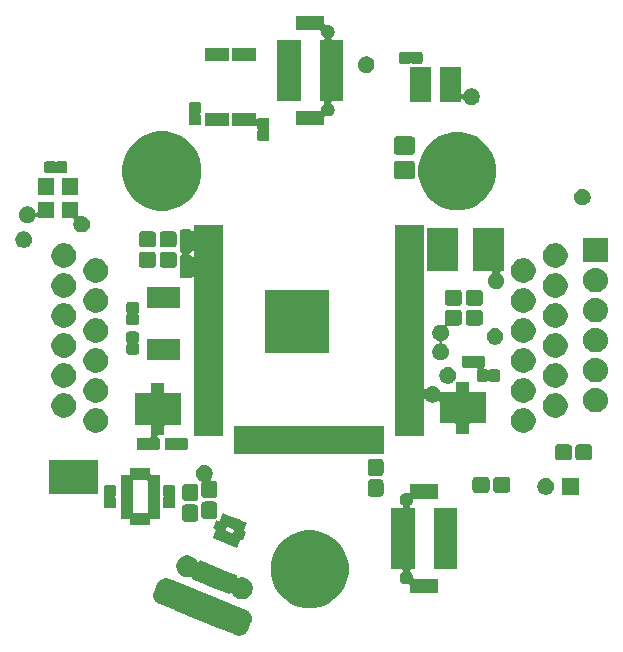
<source format=gts>
G04 #@! TF.GenerationSoftware,KiCad,Pcbnew,(5.0.0)*
G04 #@! TF.CreationDate,2019-01-09T16:41:52-03:00*
G04 #@! TF.ProjectId,PCB_C,5043425F432E6B696361645F70636200,rev?*
G04 #@! TF.SameCoordinates,Original*
G04 #@! TF.FileFunction,Soldermask,Top*
G04 #@! TF.FilePolarity,Negative*
%FSLAX46Y46*%
G04 Gerber Fmt 4.6, Leading zero omitted, Abs format (unit mm)*
G04 Created by KiCad (PCBNEW (5.0.0)) date 01/09/19 16:41:52*
%MOMM*%
%LPD*%
G01*
G04 APERTURE LIST*
%ADD10C,0.100000*%
G04 APERTURE END LIST*
D10*
G36*
X-11905238Y-21003389D02*
X-11893654Y-21007421D01*
X-11861673Y-21016818D01*
X-11861671Y-21016819D01*
X-11832140Y-21032274D01*
X-11821008Y-21037420D01*
X-10565064Y-21544855D01*
X-10541886Y-21554220D01*
X-10541873Y-21554224D01*
X-8687517Y-22303433D01*
X-6786791Y-23071377D01*
X-6786778Y-23071381D01*
X-6670892Y-23118202D01*
X-5414942Y-23625639D01*
X-5403366Y-23629667D01*
X-5371386Y-23639064D01*
X-5341851Y-23654521D01*
X-5330727Y-23659664D01*
X-5187397Y-23717573D01*
X-5187397Y-23717574D01*
X-5168566Y-23725182D01*
X-5168395Y-23726776D01*
X-5161077Y-23750162D01*
X-5149337Y-23771671D01*
X-5124467Y-23798635D01*
X-5109079Y-23811040D01*
X-5008050Y-23931977D01*
X-4981394Y-23980817D01*
X-4932554Y-24070302D01*
X-4912733Y-24133648D01*
X-4885494Y-24220700D01*
X-4868681Y-24377383D01*
X-4868681Y-24377384D01*
X-4882758Y-24534341D01*
X-4909395Y-24624991D01*
X-4916054Y-24647654D01*
X-5207717Y-25369544D01*
X-5262479Y-25474182D01*
X-5361385Y-25596868D01*
X-5482322Y-25697897D01*
X-5531162Y-25724553D01*
X-5620647Y-25773393D01*
X-5680725Y-25792191D01*
X-5771045Y-25820453D01*
X-5927729Y-25837266D01*
X-5947415Y-25835501D01*
X-5971918Y-25835715D01*
X-5995909Y-25840705D01*
X-6018465Y-25850280D01*
X-6029664Y-25857905D01*
X-6192313Y-25792191D01*
X-6203898Y-25788159D01*
X-6235878Y-25778762D01*
X-6265412Y-25763306D01*
X-6276546Y-25758158D01*
X-6406404Y-25705692D01*
X-7532487Y-25250725D01*
X-7532487Y-25250724D01*
X-7555666Y-25241359D01*
X-7555688Y-25241353D01*
X-9410035Y-24492147D01*
X-11310761Y-23724203D01*
X-11310770Y-23724200D01*
X-11426659Y-23677378D01*
X-12682609Y-23169941D01*
X-12694185Y-23165913D01*
X-12726165Y-23156516D01*
X-12755700Y-23141059D01*
X-12766824Y-23135916D01*
X-12910154Y-23078007D01*
X-12910154Y-23078006D01*
X-12928985Y-23070398D01*
X-12929156Y-23068804D01*
X-12936474Y-23045418D01*
X-12948214Y-23023909D01*
X-12973084Y-22996945D01*
X-12988472Y-22984540D01*
X-13089501Y-22863603D01*
X-13144257Y-22763277D01*
X-13164997Y-22725278D01*
X-13184818Y-22661932D01*
X-13212057Y-22574880D01*
X-13228870Y-22418198D01*
X-13218595Y-22303630D01*
X-13214793Y-22261240D01*
X-13181497Y-22147928D01*
X-13181497Y-22147927D01*
X-12889835Y-21426037D01*
X-12835072Y-21321398D01*
X-12736166Y-21198712D01*
X-12615229Y-21097683D01*
X-12531239Y-21051843D01*
X-12476904Y-21022187D01*
X-12413558Y-21002366D01*
X-12326507Y-20975127D01*
X-12169823Y-20958314D01*
X-12150136Y-20960079D01*
X-12125632Y-20959865D01*
X-12101642Y-20954875D01*
X-12079085Y-20945300D01*
X-12067886Y-20937675D01*
X-11905238Y-21003389D01*
X-11905238Y-21003389D01*
G37*
G36*
X962574Y-17026817D02*
X1563135Y-17275577D01*
X2103630Y-17636725D01*
X2563275Y-18096370D01*
X2924423Y-18636865D01*
X3173183Y-19237426D01*
X3300000Y-19874977D01*
X3300000Y-20525023D01*
X3173183Y-21162574D01*
X2924423Y-21763135D01*
X2563275Y-22303630D01*
X2103630Y-22763275D01*
X1563135Y-23124423D01*
X962574Y-23373183D01*
X325023Y-23500000D01*
X-325023Y-23500000D01*
X-962574Y-23373183D01*
X-1563135Y-23124423D01*
X-2103630Y-22763275D01*
X-2563275Y-22303630D01*
X-2924423Y-21763135D01*
X-3173183Y-21162574D01*
X-3300000Y-20525023D01*
X-3300000Y-19874977D01*
X-3173183Y-19237426D01*
X-2924423Y-18636865D01*
X-2563275Y-18096370D01*
X-2103630Y-17636725D01*
X-1563135Y-17275577D01*
X-962574Y-17026817D01*
X-325023Y-16900000D01*
X325023Y-16900000D01*
X962574Y-17026817D01*
X962574Y-17026817D01*
G37*
G36*
X-10085486Y-19068423D02*
X-10085483Y-19068424D01*
X-10085484Y-19068424D01*
X-9917145Y-19138152D01*
X-9917144Y-19138153D01*
X-9765641Y-19239384D01*
X-9636804Y-19368221D01*
X-9529693Y-19528524D01*
X-9514147Y-19547466D01*
X-9495205Y-19563012D01*
X-9473595Y-19574563D01*
X-9450145Y-19581676D01*
X-9425759Y-19584078D01*
X-9401373Y-19581676D01*
X-9377924Y-19574563D01*
X-9356313Y-19563012D01*
X-9337371Y-19547466D01*
X-9321825Y-19528524D01*
X-9309861Y-19505904D01*
X-9285770Y-19446277D01*
X-9285770Y-19446276D01*
X-8944699Y-19584078D01*
X-8798998Y-19642945D01*
X-8683100Y-19689771D01*
X-8683100Y-19689770D01*
X-7941353Y-19989456D01*
X-7632832Y-20114107D01*
X-7593659Y-20129934D01*
X-7477761Y-20176760D01*
X-7477761Y-20176759D01*
X-6880566Y-20418042D01*
X-6875092Y-20420254D01*
X-6875092Y-20420253D01*
X-6241182Y-20676370D01*
X-6133345Y-20719939D01*
X-6158138Y-20781305D01*
X-6165046Y-20804816D01*
X-6167235Y-20829222D01*
X-6164621Y-20853586D01*
X-6157303Y-20876973D01*
X-6145564Y-20898482D01*
X-6129854Y-20917287D01*
X-6110776Y-20932667D01*
X-6089066Y-20944029D01*
X-6065555Y-20950937D01*
X-6041149Y-20953126D01*
X-6016785Y-20950512D01*
X-5994404Y-20943616D01*
X-5989189Y-20941456D01*
X-5810484Y-20905910D01*
X-5628272Y-20905910D01*
X-5449567Y-20941456D01*
X-5440287Y-20945300D01*
X-5281226Y-21011185D01*
X-5131767Y-21111050D01*
X-5129722Y-21112417D01*
X-5000885Y-21241254D01*
X-5000883Y-21241257D01*
X-4899653Y-21392758D01*
X-4858952Y-21491019D01*
X-4829924Y-21561099D01*
X-4794378Y-21739804D01*
X-4794378Y-21922016D01*
X-4829924Y-22100721D01*
X-4829925Y-22100723D01*
X-4899653Y-22269062D01*
X-4922619Y-22303433D01*
X-5000885Y-22420566D01*
X-5129722Y-22549403D01*
X-5129725Y-22549405D01*
X-5281226Y-22650635D01*
X-5411430Y-22704567D01*
X-5449567Y-22720364D01*
X-5628272Y-22755910D01*
X-5810484Y-22755910D01*
X-5989189Y-22720364D01*
X-6027326Y-22704567D01*
X-6157530Y-22650635D01*
X-6309031Y-22549405D01*
X-6309034Y-22549403D01*
X-6437871Y-22420566D01*
X-6544983Y-22260262D01*
X-6560529Y-22241320D01*
X-6579471Y-22225774D01*
X-6601082Y-22214223D01*
X-6624531Y-22207110D01*
X-6648917Y-22204708D01*
X-6673303Y-22207110D01*
X-6696752Y-22214223D01*
X-6718363Y-22225774D01*
X-6737305Y-22241320D01*
X-6752851Y-22260262D01*
X-6764812Y-22282877D01*
X-6788906Y-22342511D01*
X-7391575Y-22099016D01*
X-7391575Y-22099017D01*
X-7878347Y-21902348D01*
X-7994245Y-21855522D01*
X-7994245Y-21855523D01*
X-8735992Y-21555837D01*
X-9139625Y-21392758D01*
X-9199584Y-21368533D01*
X-9199584Y-21368534D01*
X-9941331Y-21068848D01*
X-9924666Y-21027600D01*
X-9916538Y-21007482D01*
X-9909630Y-20983971D01*
X-9907441Y-20959565D01*
X-9910055Y-20935201D01*
X-9917373Y-20911814D01*
X-9929112Y-20890305D01*
X-9944822Y-20871500D01*
X-9963900Y-20856120D01*
X-9985610Y-20844758D01*
X-10009121Y-20837850D01*
X-10033527Y-20835661D01*
X-10057891Y-20838275D01*
X-10080274Y-20845172D01*
X-10085484Y-20847330D01*
X-10085485Y-20847330D01*
X-10085487Y-20847331D01*
X-10264191Y-20882877D01*
X-10446403Y-20882877D01*
X-10625108Y-20847331D01*
X-10727748Y-20804816D01*
X-10793449Y-20777602D01*
X-10944950Y-20676372D01*
X-10944953Y-20676370D01*
X-11073790Y-20547533D01*
X-11118267Y-20480968D01*
X-11175022Y-20396029D01*
X-11229622Y-20264212D01*
X-11244751Y-20227688D01*
X-11280297Y-20048983D01*
X-11280297Y-19866771D01*
X-11244751Y-19688066D01*
X-11226061Y-19642945D01*
X-11175022Y-19519725D01*
X-11073792Y-19368224D01*
X-11073790Y-19368221D01*
X-10944953Y-19239384D01*
X-10793450Y-19138153D01*
X-10793449Y-19138152D01*
X-10625110Y-19068424D01*
X-10625111Y-19068424D01*
X-10625108Y-19068423D01*
X-10446403Y-19032877D01*
X-10264191Y-19032877D01*
X-10085486Y-19068423D01*
X-10085486Y-19068423D01*
G37*
G36*
X10900000Y-14227600D02*
X8900000Y-14227600D01*
X8875614Y-14230002D01*
X8852165Y-14237115D01*
X8830554Y-14248666D01*
X8811612Y-14264212D01*
X8796066Y-14283154D01*
X8784515Y-14304765D01*
X8777402Y-14328214D01*
X8775000Y-14352600D01*
X8775000Y-14384232D01*
X8752903Y-14495321D01*
X8709559Y-14599964D01*
X8646630Y-14694144D01*
X8566544Y-14774230D01*
X8529973Y-14798666D01*
X8511031Y-14814212D01*
X8495485Y-14833154D01*
X8483934Y-14854764D01*
X8476821Y-14878214D01*
X8474419Y-14902600D01*
X8476821Y-14926986D01*
X8483934Y-14950435D01*
X8495485Y-14972046D01*
X8511031Y-14990988D01*
X8529973Y-15006534D01*
X8551583Y-15018085D01*
X8575033Y-15025198D01*
X8599419Y-15027600D01*
X8900000Y-15027600D01*
X8900000Y-20227600D01*
X8599419Y-20227600D01*
X8575033Y-20230002D01*
X8551584Y-20237115D01*
X8529973Y-20248666D01*
X8511031Y-20264212D01*
X8495485Y-20283154D01*
X8483934Y-20304765D01*
X8476821Y-20328214D01*
X8474419Y-20352600D01*
X8476821Y-20376986D01*
X8483934Y-20400435D01*
X8495485Y-20422046D01*
X8511031Y-20440988D01*
X8529973Y-20456534D01*
X8566544Y-20480970D01*
X8646630Y-20561056D01*
X8709559Y-20655236D01*
X8752903Y-20759879D01*
X8768413Y-20837850D01*
X8775000Y-20870968D01*
X8775000Y-20902600D01*
X8777402Y-20926986D01*
X8784515Y-20950435D01*
X8796066Y-20972046D01*
X8811612Y-20990988D01*
X8830554Y-21006534D01*
X8852165Y-21018085D01*
X8875614Y-21025198D01*
X8900000Y-21027600D01*
X10900000Y-21027600D01*
X10900000Y-22227600D01*
X8500000Y-22227600D01*
X8500000Y-21606504D01*
X8497598Y-21582118D01*
X8490485Y-21558669D01*
X8478934Y-21537058D01*
X8463388Y-21518116D01*
X8444446Y-21502570D01*
X8422835Y-21491019D01*
X8399386Y-21483906D01*
X8375000Y-21481504D01*
X8350614Y-21483906D01*
X8256634Y-21502600D01*
X8143367Y-21502600D01*
X8032279Y-21480503D01*
X7927636Y-21437159D01*
X7833456Y-21374230D01*
X7753370Y-21294144D01*
X7690441Y-21199964D01*
X7647097Y-21095321D01*
X7629625Y-21007482D01*
X7625000Y-20984233D01*
X7625000Y-20870967D01*
X7647097Y-20759879D01*
X7690441Y-20655236D01*
X7753370Y-20561056D01*
X7833456Y-20480970D01*
X7870027Y-20456534D01*
X7888969Y-20440988D01*
X7904515Y-20422046D01*
X7916066Y-20400436D01*
X7923179Y-20376986D01*
X7925581Y-20352600D01*
X7923179Y-20328214D01*
X7916066Y-20304765D01*
X7904515Y-20283154D01*
X7888969Y-20264212D01*
X7870027Y-20248666D01*
X7848417Y-20237115D01*
X7824967Y-20230002D01*
X7800581Y-20227600D01*
X6900000Y-20227600D01*
X6900000Y-15027600D01*
X7800581Y-15027600D01*
X7824967Y-15025198D01*
X7848416Y-15018085D01*
X7870027Y-15006534D01*
X7888969Y-14990988D01*
X7904515Y-14972046D01*
X7916066Y-14950435D01*
X7923179Y-14926986D01*
X7925581Y-14902600D01*
X7923179Y-14878214D01*
X7916066Y-14854765D01*
X7904515Y-14833154D01*
X7888969Y-14814212D01*
X7870027Y-14798666D01*
X7833456Y-14774230D01*
X7753370Y-14694144D01*
X7690441Y-14599964D01*
X7647097Y-14495321D01*
X7625000Y-14384232D01*
X7625000Y-14270968D01*
X7627020Y-14260815D01*
X7647097Y-14159879D01*
X7651827Y-14148460D01*
X7690441Y-14055236D01*
X7753370Y-13961056D01*
X7833456Y-13880970D01*
X7927636Y-13818041D01*
X8032279Y-13774697D01*
X8085146Y-13764181D01*
X8143367Y-13752600D01*
X8256634Y-13752600D01*
X8350614Y-13771294D01*
X8375000Y-13773696D01*
X8399386Y-13771294D01*
X8422835Y-13764181D01*
X8444446Y-13752630D01*
X8463388Y-13737084D01*
X8478934Y-13718142D01*
X8490485Y-13696532D01*
X8497598Y-13673082D01*
X8500000Y-13648696D01*
X8500000Y-13027600D01*
X10900000Y-13027600D01*
X10900000Y-14227600D01*
X10900000Y-14227600D01*
G37*
G36*
X12500000Y-20227600D02*
X10500000Y-20227600D01*
X10500000Y-15027600D01*
X12500000Y-15027600D01*
X12500000Y-20227600D01*
X12500000Y-20227600D01*
G37*
G36*
X-6976505Y-15592551D02*
X-6976496Y-15592554D01*
X-6512913Y-15779853D01*
X-6257937Y-15882870D01*
X-5794345Y-16070173D01*
X-5678455Y-16116996D01*
X-5678451Y-16116998D01*
X-5307573Y-16266842D01*
X-5549197Y-16864880D01*
X-5556103Y-16888385D01*
X-5558292Y-16912792D01*
X-5555678Y-16937156D01*
X-5548360Y-16960542D01*
X-5536621Y-16982052D01*
X-5520911Y-17000857D01*
X-5501834Y-17016237D01*
X-5480124Y-17027599D01*
X-5446236Y-17041290D01*
X-5341045Y-17083790D01*
X-5622000Y-17779178D01*
X-5761077Y-17722987D01*
X-5784588Y-17716079D01*
X-5808995Y-17713890D01*
X-5833359Y-17716504D01*
X-5856745Y-17723822D01*
X-5878255Y-17735561D01*
X-5897060Y-17751271D01*
X-5912440Y-17770348D01*
X-5923798Y-17792051D01*
X-6165422Y-18390091D01*
X-6536295Y-18240249D01*
X-6536304Y-18240246D01*
X-6999887Y-18052947D01*
X-7115785Y-18006121D01*
X-7718455Y-17762627D01*
X-7834345Y-17715804D01*
X-7834349Y-17715802D01*
X-8205227Y-17565958D01*
X-7963603Y-16967920D01*
X-7956697Y-16944415D01*
X-7954508Y-16920008D01*
X-7957122Y-16895644D01*
X-7964440Y-16872258D01*
X-7964491Y-16872164D01*
X-7100360Y-16872164D01*
X-7097746Y-16896529D01*
X-7090428Y-16919915D01*
X-7078689Y-16941424D01*
X-7062979Y-16960230D01*
X-7043902Y-16975609D01*
X-7022191Y-16986972D01*
X-7012698Y-16990807D01*
X-7003647Y-16994464D01*
X-6987824Y-17000857D01*
X-6748671Y-17097481D01*
X-6614227Y-17151800D01*
X-6590720Y-17158707D01*
X-6566313Y-17160896D01*
X-6541949Y-17158282D01*
X-6518563Y-17150964D01*
X-6497053Y-17139225D01*
X-6478248Y-17123515D01*
X-6462868Y-17104438D01*
X-6451506Y-17082727D01*
X-6421537Y-17008552D01*
X-6414629Y-16985042D01*
X-6412440Y-16960636D01*
X-6415054Y-16936271D01*
X-6422372Y-16912885D01*
X-6434111Y-16891376D01*
X-6449821Y-16872570D01*
X-6468898Y-16857191D01*
X-6490609Y-16845828D01*
X-6764129Y-16735319D01*
X-6898573Y-16681000D01*
X-6922080Y-16674093D01*
X-6946487Y-16671904D01*
X-6970851Y-16674518D01*
X-6994237Y-16681836D01*
X-7015747Y-16693575D01*
X-7034552Y-16709285D01*
X-7049932Y-16728362D01*
X-7061294Y-16750073D01*
X-7091263Y-16824248D01*
X-7098171Y-16847758D01*
X-7100360Y-16872164D01*
X-7964491Y-16872164D01*
X-7976179Y-16850748D01*
X-7991889Y-16831943D01*
X-8010966Y-16816563D01*
X-8032677Y-16805201D01*
X-8171755Y-16749010D01*
X-8090548Y-16548016D01*
X-7906043Y-16091350D01*
X-7899136Y-16067843D01*
X-7897097Y-16045114D01*
X-7877436Y-16058251D01*
X-7865336Y-16063910D01*
X-7751722Y-16109813D01*
X-7728211Y-16116721D01*
X-7703805Y-16118910D01*
X-7679441Y-16116296D01*
X-7656055Y-16108978D01*
X-7634545Y-16097239D01*
X-7615740Y-16081529D01*
X-7600360Y-16062452D01*
X-7589002Y-16040749D01*
X-7347378Y-15442709D01*
X-6976505Y-15592551D01*
X-6976505Y-15592551D01*
G37*
G36*
X-13475600Y-12096600D02*
X-13473198Y-12120986D01*
X-13466085Y-12144435D01*
X-13454534Y-12166046D01*
X-13438988Y-12184988D01*
X-13420046Y-12200534D01*
X-13398435Y-12212085D01*
X-13374986Y-12219198D01*
X-13350600Y-12221600D01*
X-12675600Y-12221600D01*
X-12675600Y-15921600D01*
X-13350600Y-15921600D01*
X-13374986Y-15924002D01*
X-13398435Y-15931115D01*
X-13420046Y-15942666D01*
X-13438988Y-15958212D01*
X-13454534Y-15977154D01*
X-13466085Y-15998765D01*
X-13473198Y-16022214D01*
X-13475600Y-16046600D01*
X-13475600Y-16471600D01*
X-15175600Y-16471600D01*
X-15175600Y-16046600D01*
X-15178002Y-16022214D01*
X-15185115Y-15998765D01*
X-15196666Y-15977154D01*
X-15212212Y-15958212D01*
X-15231154Y-15942666D01*
X-15252765Y-15931115D01*
X-15276214Y-15924002D01*
X-15300600Y-15921600D01*
X-15975600Y-15921600D01*
X-15975600Y-12796600D01*
X-14975600Y-12796600D01*
X-14975600Y-15346600D01*
X-14973198Y-15370986D01*
X-14966085Y-15394435D01*
X-14954534Y-15416046D01*
X-14938988Y-15434988D01*
X-14920046Y-15450534D01*
X-14898435Y-15462085D01*
X-14874986Y-15469198D01*
X-14850600Y-15471600D01*
X-13800600Y-15471600D01*
X-13776214Y-15469198D01*
X-13752765Y-15462085D01*
X-13731154Y-15450534D01*
X-13712212Y-15434988D01*
X-13696666Y-15416046D01*
X-13685115Y-15394435D01*
X-13678002Y-15370986D01*
X-13675600Y-15346600D01*
X-13675600Y-12796600D01*
X-13678002Y-12772214D01*
X-13685115Y-12748765D01*
X-13696666Y-12727154D01*
X-13712212Y-12708212D01*
X-13731154Y-12692666D01*
X-13752765Y-12681115D01*
X-13776214Y-12674002D01*
X-13800600Y-12671600D01*
X-14850600Y-12671600D01*
X-14874986Y-12674002D01*
X-14898435Y-12681115D01*
X-14920046Y-12692666D01*
X-14938988Y-12708212D01*
X-14954534Y-12727154D01*
X-14966085Y-12748765D01*
X-14973198Y-12772214D01*
X-14975600Y-12796600D01*
X-15975600Y-12796600D01*
X-15975600Y-12221600D01*
X-15300600Y-12221600D01*
X-15276214Y-12219198D01*
X-15252765Y-12212085D01*
X-15231154Y-12200534D01*
X-15212212Y-12184988D01*
X-15196666Y-12166046D01*
X-15185115Y-12144435D01*
X-15178002Y-12120986D01*
X-15175600Y-12096600D01*
X-15175600Y-11671600D01*
X-13475600Y-11671600D01*
X-13475600Y-12096600D01*
X-13475600Y-12096600D01*
G37*
G36*
X-9655670Y-14735477D02*
X-9604190Y-14751093D01*
X-9556758Y-14776446D01*
X-9515173Y-14810573D01*
X-9481046Y-14852158D01*
X-9455693Y-14899590D01*
X-9440077Y-14951070D01*
X-9434200Y-15010740D01*
X-9434200Y-15898460D01*
X-9440077Y-15958130D01*
X-9455693Y-16009610D01*
X-9481046Y-16057042D01*
X-9515173Y-16098627D01*
X-9556758Y-16132754D01*
X-9604190Y-16158107D01*
X-9655670Y-16173723D01*
X-9715340Y-16179600D01*
X-10503060Y-16179600D01*
X-10562730Y-16173723D01*
X-10614210Y-16158107D01*
X-10661642Y-16132754D01*
X-10703227Y-16098627D01*
X-10737354Y-16057042D01*
X-10762707Y-16009610D01*
X-10778323Y-15958130D01*
X-10784200Y-15898460D01*
X-10784200Y-15010740D01*
X-10778323Y-14951070D01*
X-10762707Y-14899590D01*
X-10737354Y-14852158D01*
X-10703227Y-14810573D01*
X-10661642Y-14776446D01*
X-10614210Y-14751093D01*
X-10562730Y-14735477D01*
X-10503060Y-14729600D01*
X-9715340Y-14729600D01*
X-9655670Y-14735477D01*
X-9655670Y-14735477D01*
G37*
G36*
X-8030070Y-14481477D02*
X-7978590Y-14497093D01*
X-7931158Y-14522446D01*
X-7889573Y-14556573D01*
X-7855446Y-14598158D01*
X-7830093Y-14645590D01*
X-7814477Y-14697070D01*
X-7808600Y-14756740D01*
X-7808600Y-15644460D01*
X-7814477Y-15704130D01*
X-7830093Y-15755610D01*
X-7855446Y-15803042D01*
X-7889574Y-15844628D01*
X-7897807Y-15851384D01*
X-7915135Y-15868711D01*
X-7928749Y-15889086D01*
X-7938127Y-15911724D01*
X-7942908Y-15935758D01*
X-7942908Y-15948454D01*
X-7953405Y-15939991D01*
X-7975116Y-15928629D01*
X-7998626Y-15921721D01*
X-8034195Y-15920129D01*
X-8089741Y-15925600D01*
X-8877460Y-15925600D01*
X-8937130Y-15919723D01*
X-8988610Y-15904107D01*
X-9036042Y-15878754D01*
X-9077627Y-15844627D01*
X-9111754Y-15803042D01*
X-9137107Y-15755610D01*
X-9152723Y-15704130D01*
X-9158600Y-15644460D01*
X-9158600Y-14756740D01*
X-9152723Y-14697070D01*
X-9137107Y-14645590D01*
X-9111754Y-14598158D01*
X-9077627Y-14556573D01*
X-9036042Y-14522446D01*
X-8988610Y-14497093D01*
X-8937130Y-14481477D01*
X-8877460Y-14475600D01*
X-8089740Y-14475600D01*
X-8030070Y-14481477D01*
X-8030070Y-14481477D01*
G37*
G36*
X-16545426Y-13095748D02*
X-16510832Y-13106242D01*
X-16478959Y-13123278D01*
X-16451013Y-13146213D01*
X-16428078Y-13174159D01*
X-16411042Y-13206032D01*
X-16400548Y-13240626D01*
X-16396400Y-13282741D01*
X-16396400Y-13890459D01*
X-16400548Y-13932574D01*
X-16411042Y-13967168D01*
X-16432187Y-14006728D01*
X-16436157Y-14012669D01*
X-16445536Y-14035308D01*
X-16450317Y-14059341D01*
X-16450319Y-14083845D01*
X-16445540Y-14107879D01*
X-16436163Y-14130518D01*
X-16432195Y-14136458D01*
X-16411042Y-14176032D01*
X-16400548Y-14210626D01*
X-16396400Y-14252741D01*
X-16396400Y-14860459D01*
X-16400548Y-14902574D01*
X-16411042Y-14937168D01*
X-16428078Y-14969041D01*
X-16451013Y-14996987D01*
X-16478959Y-15019922D01*
X-16510832Y-15036958D01*
X-16545426Y-15047452D01*
X-16587541Y-15051600D01*
X-17245259Y-15051600D01*
X-17287374Y-15047452D01*
X-17321968Y-15036958D01*
X-17353841Y-15019922D01*
X-17381787Y-14996987D01*
X-17404722Y-14969041D01*
X-17421758Y-14937168D01*
X-17432252Y-14902574D01*
X-17436400Y-14860459D01*
X-17436400Y-14252741D01*
X-17432252Y-14210626D01*
X-17421758Y-14176032D01*
X-17400613Y-14136472D01*
X-17396643Y-14130531D01*
X-17387264Y-14107892D01*
X-17382483Y-14083859D01*
X-17382481Y-14059355D01*
X-17387260Y-14035321D01*
X-17396637Y-14012682D01*
X-17400605Y-14006742D01*
X-17421758Y-13967168D01*
X-17432252Y-13932574D01*
X-17436400Y-13890459D01*
X-17436400Y-13282741D01*
X-17432252Y-13240626D01*
X-17421758Y-13206032D01*
X-17404722Y-13174159D01*
X-17381787Y-13146213D01*
X-17353841Y-13123278D01*
X-17321968Y-13106242D01*
X-17287374Y-13095748D01*
X-17245259Y-13091600D01*
X-16587541Y-13091600D01*
X-16545426Y-13095748D01*
X-16545426Y-13095748D01*
G37*
G36*
X-11516226Y-13095748D02*
X-11481632Y-13106242D01*
X-11449759Y-13123278D01*
X-11421813Y-13146213D01*
X-11398878Y-13174159D01*
X-11381842Y-13206032D01*
X-11371348Y-13240626D01*
X-11367200Y-13282741D01*
X-11367200Y-13890459D01*
X-11371348Y-13932574D01*
X-11381842Y-13967168D01*
X-11402987Y-14006728D01*
X-11406957Y-14012669D01*
X-11416336Y-14035308D01*
X-11421117Y-14059341D01*
X-11421119Y-14083845D01*
X-11416340Y-14107879D01*
X-11406963Y-14130518D01*
X-11402995Y-14136458D01*
X-11381842Y-14176032D01*
X-11371348Y-14210626D01*
X-11367200Y-14252741D01*
X-11367200Y-14860459D01*
X-11371348Y-14902574D01*
X-11381842Y-14937168D01*
X-11398878Y-14969041D01*
X-11421813Y-14996987D01*
X-11449759Y-15019922D01*
X-11481632Y-15036958D01*
X-11516226Y-15047452D01*
X-11558341Y-15051600D01*
X-12216059Y-15051600D01*
X-12258174Y-15047452D01*
X-12292768Y-15036958D01*
X-12324641Y-15019922D01*
X-12352587Y-14996987D01*
X-12375522Y-14969041D01*
X-12392558Y-14937168D01*
X-12403052Y-14902574D01*
X-12407200Y-14860459D01*
X-12407200Y-14252741D01*
X-12403052Y-14210626D01*
X-12392558Y-14176032D01*
X-12371413Y-14136472D01*
X-12367443Y-14130531D01*
X-12358064Y-14107892D01*
X-12353283Y-14083859D01*
X-12353281Y-14059355D01*
X-12358060Y-14035321D01*
X-12367437Y-14012682D01*
X-12371405Y-14006742D01*
X-12392558Y-13967168D01*
X-12403052Y-13932574D01*
X-12407200Y-13890459D01*
X-12407200Y-13282741D01*
X-12403052Y-13240626D01*
X-12392558Y-13206032D01*
X-12375522Y-13174159D01*
X-12352587Y-13146213D01*
X-12324641Y-13123278D01*
X-12292768Y-13106242D01*
X-12258174Y-13095748D01*
X-12216059Y-13091600D01*
X-11558341Y-13091600D01*
X-11516226Y-13095748D01*
X-11516226Y-13095748D01*
G37*
G36*
X-9655670Y-12985477D02*
X-9604190Y-13001093D01*
X-9556758Y-13026446D01*
X-9515173Y-13060573D01*
X-9481046Y-13102158D01*
X-9455693Y-13149590D01*
X-9440077Y-13201070D01*
X-9434200Y-13260740D01*
X-9434200Y-14148460D01*
X-9440077Y-14208130D01*
X-9455693Y-14259610D01*
X-9481046Y-14307042D01*
X-9515173Y-14348627D01*
X-9556758Y-14382754D01*
X-9604190Y-14408107D01*
X-9655670Y-14423723D01*
X-9715340Y-14429600D01*
X-10503060Y-14429600D01*
X-10562730Y-14423723D01*
X-10614210Y-14408107D01*
X-10661642Y-14382754D01*
X-10703227Y-14348627D01*
X-10737354Y-14307042D01*
X-10762707Y-14259610D01*
X-10778323Y-14208130D01*
X-10784200Y-14148460D01*
X-10784200Y-13260740D01*
X-10778323Y-13201070D01*
X-10762707Y-13149590D01*
X-10737354Y-13102158D01*
X-10703227Y-13060573D01*
X-10661642Y-13026446D01*
X-10614210Y-13001093D01*
X-10562730Y-12985477D01*
X-10503060Y-12979600D01*
X-9715340Y-12979600D01*
X-9655670Y-12985477D01*
X-9655670Y-12985477D01*
G37*
G36*
X-8695817Y-11426900D02*
X-8568426Y-11479668D01*
X-8453776Y-11556274D01*
X-8356274Y-11653776D01*
X-8279668Y-11768426D01*
X-8226900Y-11895817D01*
X-8200000Y-12031055D01*
X-8200000Y-12168945D01*
X-8226900Y-12304183D01*
X-8279667Y-12431573D01*
X-8311463Y-12479158D01*
X-8343362Y-12526900D01*
X-8346205Y-12531154D01*
X-8357756Y-12552764D01*
X-8364869Y-12576213D01*
X-8367271Y-12600600D01*
X-8364869Y-12624986D01*
X-8357756Y-12648435D01*
X-8346205Y-12670046D01*
X-8330660Y-12688988D01*
X-8311717Y-12704534D01*
X-8290107Y-12716085D01*
X-8266658Y-12723198D01*
X-8242271Y-12725600D01*
X-8089740Y-12725600D01*
X-8030070Y-12731477D01*
X-7978590Y-12747093D01*
X-7931158Y-12772446D01*
X-7889573Y-12806573D01*
X-7855446Y-12848158D01*
X-7830093Y-12895590D01*
X-7814477Y-12947070D01*
X-7808600Y-13006740D01*
X-7808600Y-13894460D01*
X-7814477Y-13954130D01*
X-7830093Y-14005610D01*
X-7855446Y-14053042D01*
X-7889573Y-14094627D01*
X-7931158Y-14128754D01*
X-7978590Y-14154107D01*
X-8030070Y-14169723D01*
X-8089740Y-14175600D01*
X-8877460Y-14175600D01*
X-8937130Y-14169723D01*
X-8988610Y-14154107D01*
X-9036042Y-14128754D01*
X-9077627Y-14094627D01*
X-9111754Y-14053042D01*
X-9137107Y-14005610D01*
X-9152723Y-13954130D01*
X-9158600Y-13894460D01*
X-9158600Y-13006740D01*
X-9152723Y-12947070D01*
X-9133775Y-12884607D01*
X-9133189Y-12883194D01*
X-9128395Y-12859163D01*
X-9128382Y-12834659D01*
X-9133150Y-12810623D01*
X-9142516Y-12787979D01*
X-9156119Y-12767597D01*
X-9173437Y-12750261D01*
X-9193804Y-12736636D01*
X-9204951Y-12731360D01*
X-9231576Y-12720331D01*
X-9327444Y-12656274D01*
X-9346224Y-12643726D01*
X-9443726Y-12546224D01*
X-9520332Y-12431574D01*
X-9522042Y-12427446D01*
X-9573100Y-12304183D01*
X-9600000Y-12168945D01*
X-9600000Y-12031055D01*
X-9573100Y-11895817D01*
X-9520332Y-11768426D01*
X-9443726Y-11653776D01*
X-9346224Y-11556274D01*
X-9231574Y-11479668D01*
X-9104183Y-11426900D01*
X-8968945Y-11400000D01*
X-8831055Y-11400000D01*
X-8695817Y-11426900D01*
X-8695817Y-11426900D01*
G37*
G36*
X6041530Y-12613275D02*
X6093010Y-12628891D01*
X6140442Y-12654244D01*
X6182027Y-12688371D01*
X6216154Y-12729956D01*
X6241507Y-12777388D01*
X6257123Y-12828868D01*
X6263000Y-12888538D01*
X6263000Y-13776258D01*
X6257123Y-13835928D01*
X6241507Y-13887408D01*
X6216154Y-13934840D01*
X6182027Y-13976425D01*
X6140442Y-14010552D01*
X6093010Y-14035905D01*
X6041530Y-14051521D01*
X5981860Y-14057398D01*
X5194140Y-14057398D01*
X5134470Y-14051521D01*
X5082990Y-14035905D01*
X5035558Y-14010552D01*
X4993973Y-13976425D01*
X4959846Y-13934840D01*
X4934493Y-13887408D01*
X4918877Y-13835928D01*
X4913000Y-13776258D01*
X4913000Y-12888538D01*
X4918877Y-12828868D01*
X4934493Y-12777388D01*
X4959846Y-12729956D01*
X4993973Y-12688371D01*
X5035558Y-12654244D01*
X5082990Y-12628891D01*
X5134470Y-12613275D01*
X5194140Y-12607398D01*
X5981860Y-12607398D01*
X6041530Y-12613275D01*
X6041530Y-12613275D01*
G37*
G36*
X22800000Y-13900000D02*
X21400000Y-13900000D01*
X21400000Y-12500000D01*
X22800000Y-12500000D01*
X22800000Y-13900000D01*
X22800000Y-13900000D01*
G37*
G36*
X20204183Y-12526900D02*
X20323233Y-12576213D01*
X20331574Y-12579668D01*
X20446224Y-12656274D01*
X20543726Y-12753776D01*
X20585130Y-12815742D01*
X20620332Y-12868426D01*
X20673100Y-12995817D01*
X20700000Y-13131055D01*
X20700000Y-13268945D01*
X20673100Y-13404183D01*
X20629629Y-13509130D01*
X20620332Y-13531574D01*
X20543726Y-13646224D01*
X20446224Y-13743726D01*
X20335003Y-13818041D01*
X20331574Y-13820332D01*
X20204183Y-13873100D01*
X20068945Y-13900000D01*
X19931055Y-13900000D01*
X19795817Y-13873100D01*
X19668426Y-13820332D01*
X19664997Y-13818041D01*
X19553776Y-13743726D01*
X19456274Y-13646224D01*
X19379668Y-13531574D01*
X19370371Y-13509130D01*
X19326900Y-13404183D01*
X19300000Y-13268945D01*
X19300000Y-13131055D01*
X19326900Y-12995817D01*
X19379668Y-12868426D01*
X19414870Y-12815742D01*
X19456274Y-12753776D01*
X19553776Y-12656274D01*
X19668426Y-12579668D01*
X19676767Y-12576213D01*
X19795817Y-12526900D01*
X19931055Y-12500000D01*
X20068945Y-12500000D01*
X20204183Y-12526900D01*
X20204183Y-12526900D01*
G37*
G36*
X-18959646Y-10949134D02*
X-18938035Y-10960685D01*
X-18914586Y-10967798D01*
X-18890200Y-10970200D01*
X-17940200Y-10970200D01*
X-17940200Y-13820200D01*
X-18890200Y-13820200D01*
X-18914586Y-13822602D01*
X-18938035Y-13829715D01*
X-18959646Y-13841266D01*
X-18964439Y-13845200D01*
X-21065961Y-13845200D01*
X-21070754Y-13841266D01*
X-21092365Y-13829715D01*
X-21115814Y-13822602D01*
X-21140200Y-13820200D01*
X-22090200Y-13820200D01*
X-22090200Y-10970200D01*
X-21140200Y-10970200D01*
X-21115814Y-10967798D01*
X-21092365Y-10960685D01*
X-21070754Y-10949134D01*
X-21065961Y-10945200D01*
X-18964439Y-10945200D01*
X-18959646Y-10949134D01*
X-18959646Y-10949134D01*
G37*
G36*
X15020930Y-12386477D02*
X15072410Y-12402093D01*
X15119842Y-12427446D01*
X15161427Y-12461573D01*
X15195554Y-12503158D01*
X15220907Y-12550590D01*
X15236523Y-12602070D01*
X15242400Y-12661740D01*
X15242400Y-13449460D01*
X15236523Y-13509130D01*
X15220907Y-13560610D01*
X15195554Y-13608042D01*
X15161427Y-13649627D01*
X15119842Y-13683754D01*
X15072410Y-13709107D01*
X15020930Y-13724723D01*
X14961260Y-13730600D01*
X14073540Y-13730600D01*
X14013870Y-13724723D01*
X13962390Y-13709107D01*
X13914958Y-13683754D01*
X13873373Y-13649627D01*
X13839246Y-13608042D01*
X13813893Y-13560610D01*
X13798277Y-13509130D01*
X13792400Y-13449460D01*
X13792400Y-12661740D01*
X13798277Y-12602070D01*
X13813893Y-12550590D01*
X13839246Y-12503158D01*
X13873373Y-12461573D01*
X13914958Y-12427446D01*
X13962390Y-12402093D01*
X14013870Y-12386477D01*
X14073540Y-12380600D01*
X14961260Y-12380600D01*
X15020930Y-12386477D01*
X15020930Y-12386477D01*
G37*
G36*
X16770930Y-12386477D02*
X16822410Y-12402093D01*
X16869842Y-12427446D01*
X16911427Y-12461573D01*
X16945554Y-12503158D01*
X16970907Y-12550590D01*
X16986523Y-12602070D01*
X16992400Y-12661740D01*
X16992400Y-13449460D01*
X16986523Y-13509130D01*
X16970907Y-13560610D01*
X16945554Y-13608042D01*
X16911427Y-13649627D01*
X16869842Y-13683754D01*
X16822410Y-13709107D01*
X16770930Y-13724723D01*
X16711260Y-13730600D01*
X15823540Y-13730600D01*
X15763870Y-13724723D01*
X15712390Y-13709107D01*
X15664958Y-13683754D01*
X15623373Y-13649627D01*
X15589246Y-13608042D01*
X15563893Y-13560610D01*
X15548277Y-13509130D01*
X15542400Y-13449460D01*
X15542400Y-12661740D01*
X15548277Y-12602070D01*
X15563893Y-12550590D01*
X15589246Y-12503158D01*
X15623373Y-12461573D01*
X15664958Y-12427446D01*
X15712390Y-12402093D01*
X15763870Y-12386477D01*
X15823540Y-12380600D01*
X16711260Y-12380600D01*
X16770930Y-12386477D01*
X16770930Y-12386477D01*
G37*
G36*
X6041530Y-10863277D02*
X6093010Y-10878893D01*
X6140442Y-10904246D01*
X6182027Y-10938373D01*
X6216154Y-10979958D01*
X6241507Y-11027390D01*
X6257123Y-11078870D01*
X6263000Y-11138540D01*
X6263000Y-12026260D01*
X6257123Y-12085930D01*
X6241507Y-12137410D01*
X6216154Y-12184842D01*
X6182027Y-12226427D01*
X6140442Y-12260554D01*
X6093010Y-12285907D01*
X6041530Y-12301523D01*
X5981860Y-12307400D01*
X5194140Y-12307400D01*
X5134470Y-12301523D01*
X5082990Y-12285907D01*
X5035558Y-12260554D01*
X4993973Y-12226427D01*
X4959846Y-12184842D01*
X4934493Y-12137410D01*
X4918877Y-12085930D01*
X4913000Y-12026260D01*
X4913000Y-11138540D01*
X4918877Y-11078870D01*
X4934493Y-11027390D01*
X4959846Y-10979958D01*
X4993973Y-10938373D01*
X5035558Y-10904246D01*
X5082990Y-10878893D01*
X5134470Y-10863277D01*
X5194140Y-10857400D01*
X5981860Y-10857400D01*
X6041530Y-10863277D01*
X6041530Y-10863277D01*
G37*
G36*
X21980530Y-9643277D02*
X22032010Y-9658893D01*
X22079442Y-9684246D01*
X22121027Y-9718373D01*
X22155154Y-9759958D01*
X22180507Y-9807390D01*
X22196123Y-9858870D01*
X22202000Y-9918540D01*
X22202000Y-10706260D01*
X22196123Y-10765930D01*
X22180507Y-10817410D01*
X22155154Y-10864842D01*
X22121027Y-10906427D01*
X22079442Y-10940554D01*
X22032010Y-10965907D01*
X21980530Y-10981523D01*
X21920860Y-10987400D01*
X21033140Y-10987400D01*
X20973470Y-10981523D01*
X20921990Y-10965907D01*
X20874558Y-10940554D01*
X20832973Y-10906427D01*
X20798846Y-10864842D01*
X20773493Y-10817410D01*
X20757877Y-10765930D01*
X20752000Y-10706260D01*
X20752000Y-9918540D01*
X20757877Y-9858870D01*
X20773493Y-9807390D01*
X20798846Y-9759958D01*
X20832973Y-9718373D01*
X20874558Y-9684246D01*
X20921990Y-9658893D01*
X20973470Y-9643277D01*
X21033140Y-9637400D01*
X21920860Y-9637400D01*
X21980530Y-9643277D01*
X21980530Y-9643277D01*
G37*
G36*
X23730530Y-9643277D02*
X23782010Y-9658893D01*
X23829442Y-9684246D01*
X23871027Y-9718373D01*
X23905154Y-9759958D01*
X23930507Y-9807390D01*
X23946123Y-9858870D01*
X23952000Y-9918540D01*
X23952000Y-10706260D01*
X23946123Y-10765930D01*
X23930507Y-10817410D01*
X23905154Y-10864842D01*
X23871027Y-10906427D01*
X23829442Y-10940554D01*
X23782010Y-10965907D01*
X23730530Y-10981523D01*
X23670860Y-10987400D01*
X22783140Y-10987400D01*
X22723470Y-10981523D01*
X22671990Y-10965907D01*
X22624558Y-10940554D01*
X22582973Y-10906427D01*
X22548846Y-10864842D01*
X22523493Y-10817410D01*
X22507877Y-10765930D01*
X22502000Y-10706260D01*
X22502000Y-9918540D01*
X22507877Y-9858870D01*
X22523493Y-9807390D01*
X22548846Y-9759958D01*
X22582973Y-9718373D01*
X22624558Y-9684246D01*
X22671990Y-9658893D01*
X22723470Y-9643277D01*
X22783140Y-9637400D01*
X23670860Y-9637400D01*
X23730530Y-9643277D01*
X23730530Y-9643277D01*
G37*
G36*
X6314200Y-10455000D02*
X-6415800Y-10455000D01*
X-6415800Y-8055000D01*
X6314200Y-8055000D01*
X6314200Y-10455000D01*
X6314200Y-10455000D01*
G37*
G36*
X-12282400Y-5209800D02*
X-12279998Y-5234186D01*
X-12272885Y-5257635D01*
X-12261334Y-5279246D01*
X-12245788Y-5298188D01*
X-12226846Y-5313734D01*
X-12205235Y-5325285D01*
X-12181786Y-5332398D01*
X-12157400Y-5334800D01*
X-10902400Y-5334800D01*
X-10902400Y-7974800D01*
X-12157400Y-7974800D01*
X-12181786Y-7977202D01*
X-12205235Y-7984315D01*
X-12226846Y-7995866D01*
X-12245788Y-8011412D01*
X-12261334Y-8030354D01*
X-12272885Y-8051965D01*
X-12279998Y-8075414D01*
X-12282400Y-8099800D01*
X-12282400Y-8854800D01*
X-12751562Y-8854800D01*
X-12775948Y-8857202D01*
X-12799397Y-8864315D01*
X-12821008Y-8875866D01*
X-12839950Y-8891412D01*
X-12855496Y-8910354D01*
X-12867047Y-8931965D01*
X-12874160Y-8955414D01*
X-12876562Y-8979800D01*
X-12874160Y-9004186D01*
X-12867047Y-9027635D01*
X-12855496Y-9049246D01*
X-12839950Y-9068188D01*
X-12810487Y-9090040D01*
X-12767757Y-9112880D01*
X-12739813Y-9135813D01*
X-12716878Y-9163759D01*
X-12699842Y-9195632D01*
X-12689348Y-9230226D01*
X-12685200Y-9272341D01*
X-12685200Y-9930059D01*
X-12689348Y-9972174D01*
X-12699842Y-10006768D01*
X-12716878Y-10038641D01*
X-12739813Y-10066587D01*
X-12767759Y-10089522D01*
X-12799632Y-10106558D01*
X-12834226Y-10117052D01*
X-12876341Y-10121200D01*
X-13484059Y-10121200D01*
X-13526174Y-10117052D01*
X-13560768Y-10106558D01*
X-13600328Y-10085413D01*
X-13606269Y-10081443D01*
X-13628908Y-10072064D01*
X-13652941Y-10067283D01*
X-13677445Y-10067281D01*
X-13701479Y-10072060D01*
X-13724118Y-10081437D01*
X-13730058Y-10085405D01*
X-13769632Y-10106558D01*
X-13804226Y-10117052D01*
X-13846341Y-10121200D01*
X-14454059Y-10121200D01*
X-14496174Y-10117052D01*
X-14530768Y-10106558D01*
X-14562641Y-10089522D01*
X-14590587Y-10066587D01*
X-14613522Y-10038641D01*
X-14630558Y-10006768D01*
X-14641052Y-9972174D01*
X-14645200Y-9930059D01*
X-14645200Y-9272341D01*
X-14641052Y-9230226D01*
X-14630558Y-9195632D01*
X-14613522Y-9163759D01*
X-14590587Y-9135813D01*
X-14562641Y-9112878D01*
X-14530768Y-9095842D01*
X-14496174Y-9085348D01*
X-14454059Y-9081200D01*
X-13846341Y-9081200D01*
X-13804226Y-9085348D01*
X-13769632Y-9095842D01*
X-13730072Y-9116987D01*
X-13724131Y-9120957D01*
X-13701492Y-9130336D01*
X-13677459Y-9135117D01*
X-13652955Y-9135119D01*
X-13628921Y-9130340D01*
X-13606282Y-9120963D01*
X-13600342Y-9116995D01*
X-13560768Y-9095842D01*
X-13517543Y-9082730D01*
X-13511109Y-9081450D01*
X-13488471Y-9072072D01*
X-13468097Y-9058457D01*
X-13450770Y-9041129D01*
X-13437157Y-9020754D01*
X-13427781Y-8998114D01*
X-13422400Y-8961834D01*
X-13422400Y-8099800D01*
X-13424802Y-8075414D01*
X-13431915Y-8051965D01*
X-13443466Y-8030354D01*
X-13459012Y-8011412D01*
X-13477954Y-7995866D01*
X-13499565Y-7984315D01*
X-13523014Y-7977202D01*
X-13547400Y-7974800D01*
X-14802400Y-7974800D01*
X-14802400Y-5334800D01*
X-13547400Y-5334800D01*
X-13523014Y-5332398D01*
X-13499565Y-5325285D01*
X-13477954Y-5313734D01*
X-13459012Y-5298188D01*
X-13443466Y-5279246D01*
X-13431915Y-5257635D01*
X-13424802Y-5234186D01*
X-13422400Y-5209800D01*
X-13422400Y-4454800D01*
X-12282400Y-4454800D01*
X-12282400Y-5209800D01*
X-12282400Y-5209800D01*
G37*
G36*
X-11416626Y-9085348D02*
X-11382032Y-9095842D01*
X-11342472Y-9116987D01*
X-11336531Y-9120957D01*
X-11313892Y-9130336D01*
X-11289859Y-9135117D01*
X-11265355Y-9135119D01*
X-11241321Y-9130340D01*
X-11218682Y-9120963D01*
X-11212742Y-9116995D01*
X-11173168Y-9095842D01*
X-11138574Y-9085348D01*
X-11096459Y-9081200D01*
X-10488741Y-9081200D01*
X-10446626Y-9085348D01*
X-10412032Y-9095842D01*
X-10380159Y-9112878D01*
X-10352213Y-9135813D01*
X-10329278Y-9163759D01*
X-10312242Y-9195632D01*
X-10301748Y-9230226D01*
X-10297600Y-9272341D01*
X-10297600Y-9930059D01*
X-10301748Y-9972174D01*
X-10312242Y-10006768D01*
X-10329278Y-10038641D01*
X-10352213Y-10066587D01*
X-10380159Y-10089522D01*
X-10412032Y-10106558D01*
X-10446626Y-10117052D01*
X-10488741Y-10121200D01*
X-11096459Y-10121200D01*
X-11138574Y-10117052D01*
X-11173168Y-10106558D01*
X-11212728Y-10085413D01*
X-11218669Y-10081443D01*
X-11241308Y-10072064D01*
X-11265341Y-10067283D01*
X-11289845Y-10067281D01*
X-11313879Y-10072060D01*
X-11336518Y-10081437D01*
X-11342458Y-10085405D01*
X-11382032Y-10106558D01*
X-11416626Y-10117052D01*
X-11458741Y-10121200D01*
X-12066459Y-10121200D01*
X-12108574Y-10117052D01*
X-12143168Y-10106558D01*
X-12175041Y-10089522D01*
X-12202987Y-10066587D01*
X-12225922Y-10038641D01*
X-12242958Y-10006768D01*
X-12253452Y-9972174D01*
X-12257600Y-9930059D01*
X-12257600Y-9272341D01*
X-12253452Y-9230226D01*
X-12242958Y-9195632D01*
X-12225922Y-9163759D01*
X-12202987Y-9135813D01*
X-12175043Y-9112880D01*
X-12136955Y-9092521D01*
X-12133014Y-9092133D01*
X-12121114Y-9089153D01*
X-12108570Y-9085348D01*
X-12066459Y-9081200D01*
X-11458741Y-9081200D01*
X-11416626Y-9085348D01*
X-11416626Y-9085348D01*
G37*
G36*
X9649200Y-4859074D02*
X9651602Y-4883460D01*
X9658715Y-4906909D01*
X9670266Y-4928520D01*
X9685812Y-4947462D01*
X9704754Y-4963008D01*
X9726365Y-4974559D01*
X9749814Y-4981672D01*
X9774200Y-4984074D01*
X9798586Y-4981672D01*
X9822035Y-4974559D01*
X9843646Y-4963008D01*
X9862588Y-4947462D01*
X9953775Y-4856275D01*
X9973942Y-4842800D01*
X10068426Y-4779668D01*
X10082771Y-4773726D01*
X10195817Y-4726900D01*
X10331055Y-4700000D01*
X10468945Y-4700000D01*
X10604183Y-4726900D01*
X10717229Y-4773726D01*
X10731574Y-4779668D01*
X10846224Y-4856274D01*
X10943726Y-4953776D01*
X10958965Y-4976583D01*
X11020332Y-5068425D01*
X11056621Y-5156035D01*
X11068172Y-5177646D01*
X11083717Y-5196588D01*
X11102659Y-5212133D01*
X11124270Y-5223685D01*
X11147719Y-5230798D01*
X11172106Y-5233200D01*
X12259000Y-5233200D01*
X12283386Y-5230798D01*
X12306835Y-5223685D01*
X12328446Y-5212134D01*
X12347388Y-5196588D01*
X12362934Y-5177646D01*
X12374485Y-5156035D01*
X12381598Y-5132586D01*
X12384000Y-5108200D01*
X12384000Y-4407726D01*
X12381598Y-4383340D01*
X12374485Y-4359891D01*
X12367285Y-4346420D01*
X12381718Y-4350798D01*
X12406105Y-4353200D01*
X13524000Y-4353200D01*
X13524000Y-5108200D01*
X13526402Y-5132586D01*
X13533515Y-5156035D01*
X13545066Y-5177646D01*
X13560612Y-5196588D01*
X13579554Y-5212134D01*
X13601165Y-5223685D01*
X13624614Y-5230798D01*
X13649000Y-5233200D01*
X14904000Y-5233200D01*
X14904000Y-7873200D01*
X13649000Y-7873200D01*
X13624614Y-7875602D01*
X13601165Y-7882715D01*
X13579554Y-7894266D01*
X13560612Y-7909812D01*
X13545066Y-7928754D01*
X13533515Y-7950365D01*
X13526402Y-7973814D01*
X13524000Y-7998200D01*
X13524000Y-8753200D01*
X12384000Y-8753200D01*
X12384000Y-7998200D01*
X12381598Y-7973814D01*
X12374485Y-7950365D01*
X12362934Y-7928754D01*
X12347388Y-7909812D01*
X12328446Y-7894266D01*
X12306835Y-7882715D01*
X12283386Y-7875602D01*
X12259000Y-7873200D01*
X11004000Y-7873200D01*
X11004000Y-6072161D01*
X11001598Y-6047775D01*
X10994485Y-6024326D01*
X10982934Y-6002715D01*
X10967388Y-5983773D01*
X10948446Y-5968227D01*
X10926835Y-5956676D01*
X10903386Y-5949563D01*
X10879000Y-5947161D01*
X10854614Y-5949563D01*
X10831165Y-5956676D01*
X10809557Y-5968226D01*
X10799718Y-5974800D01*
X10731574Y-6020333D01*
X10604183Y-6073100D01*
X10468945Y-6100000D01*
X10331055Y-6100000D01*
X10195817Y-6073100D01*
X10068426Y-6020332D01*
X9990445Y-5968227D01*
X9953776Y-5943726D01*
X9862588Y-5852538D01*
X9843646Y-5836992D01*
X9822035Y-5825441D01*
X9798586Y-5818328D01*
X9774200Y-5815926D01*
X9749814Y-5818328D01*
X9726365Y-5825441D01*
X9704754Y-5836992D01*
X9685812Y-5852538D01*
X9670266Y-5871480D01*
X9658715Y-5893091D01*
X9651602Y-5916540D01*
X9649200Y-5940926D01*
X9649200Y-8905000D01*
X7249200Y-8905000D01*
X7249200Y8905000D01*
X9649200Y8905000D01*
X9649200Y-4859074D01*
X9649200Y-4859074D01*
G37*
G36*
X-7350800Y-8905000D02*
X-9750800Y-8905000D01*
X-9750800Y4412996D01*
X-9753202Y4437382D01*
X-9760315Y4460831D01*
X-9771866Y4482442D01*
X-9787412Y4501384D01*
X-9806354Y4516930D01*
X-9827965Y4528481D01*
X-9851414Y4535594D01*
X-9875800Y4537996D01*
X-9900186Y4535594D01*
X-9923635Y4528481D01*
X-9945246Y4516930D01*
X-9972425Y4492297D01*
X-9999412Y4459414D01*
X-10027359Y4436478D01*
X-10059232Y4419442D01*
X-10093826Y4408948D01*
X-10135941Y4404800D01*
X-10793659Y4404800D01*
X-10835774Y4408948D01*
X-10870368Y4419442D01*
X-10902241Y4436478D01*
X-10930187Y4459413D01*
X-10953122Y4487359D01*
X-10970158Y4519232D01*
X-10980652Y4553826D01*
X-10984800Y4595941D01*
X-10984800Y5203659D01*
X-10980652Y5245774D01*
X-10970158Y5280368D01*
X-10949013Y5319928D01*
X-10945043Y5325869D01*
X-10935664Y5348508D01*
X-10930883Y5372541D01*
X-10930881Y5397045D01*
X-10935660Y5421079D01*
X-10945037Y5443718D01*
X-10949005Y5449658D01*
X-10970158Y5489232D01*
X-10980652Y5523826D01*
X-10984800Y5565941D01*
X-10984800Y6173659D01*
X-10980652Y6215774D01*
X-10970158Y6250368D01*
X-10953122Y6282241D01*
X-10930187Y6310187D01*
X-10902241Y6333122D01*
X-10870368Y6350158D01*
X-10846553Y6357382D01*
X-10823914Y6366759D01*
X-10803539Y6380372D01*
X-10786212Y6397699D01*
X-10772598Y6418074D01*
X-10763220Y6440712D01*
X-10758439Y6464746D01*
X-10758439Y6489250D01*
X-10758439Y6489254D01*
X-10171161Y6489254D01*
X-10171161Y6464750D01*
X-10166381Y6440716D01*
X-10157004Y6418077D01*
X-10143391Y6397702D01*
X-10126064Y6380375D01*
X-10105689Y6366761D01*
X-10083047Y6357382D01*
X-10059232Y6350158D01*
X-10027359Y6333122D01*
X-9999412Y6310186D01*
X-9972425Y6277303D01*
X-9955098Y6259977D01*
X-9934723Y6246363D01*
X-9912084Y6236986D01*
X-9888050Y6232206D01*
X-9863546Y6232206D01*
X-9839513Y6236987D01*
X-9816874Y6246365D01*
X-9796499Y6259979D01*
X-9779173Y6277306D01*
X-9765559Y6297681D01*
X-9756182Y6320320D01*
X-9750800Y6356604D01*
X-9750800Y6597396D01*
X-9753202Y6621782D01*
X-9760315Y6645231D01*
X-9771866Y6666842D01*
X-9787412Y6685784D01*
X-9806354Y6701330D01*
X-9827965Y6712881D01*
X-9851414Y6719994D01*
X-9875800Y6722396D01*
X-9900186Y6719994D01*
X-9923635Y6712881D01*
X-9945246Y6701330D01*
X-9972425Y6676697D01*
X-9999412Y6643814D01*
X-10027359Y6620878D01*
X-10059232Y6603842D01*
X-10083047Y6596618D01*
X-10105686Y6587241D01*
X-10126061Y6573628D01*
X-10143388Y6556301D01*
X-10157002Y6535926D01*
X-10166380Y6513288D01*
X-10171161Y6489254D01*
X-10758439Y6489254D01*
X-10763219Y6513284D01*
X-10772596Y6535923D01*
X-10786209Y6556298D01*
X-10803536Y6573625D01*
X-10823911Y6587239D01*
X-10846553Y6596618D01*
X-10870368Y6603842D01*
X-10902241Y6620878D01*
X-10930187Y6643813D01*
X-10953122Y6671759D01*
X-10970158Y6703632D01*
X-10980652Y6738226D01*
X-10984800Y6780341D01*
X-10984800Y7388059D01*
X-10980652Y7430174D01*
X-10970158Y7464768D01*
X-10949013Y7504328D01*
X-10945043Y7510269D01*
X-10935664Y7532908D01*
X-10930883Y7556941D01*
X-10930881Y7581445D01*
X-10935660Y7605479D01*
X-10945037Y7628118D01*
X-10949005Y7634058D01*
X-10970158Y7673632D01*
X-10980652Y7708226D01*
X-10984800Y7750341D01*
X-10984800Y8358059D01*
X-10980652Y8400174D01*
X-10970158Y8434768D01*
X-10953122Y8466641D01*
X-10930187Y8494587D01*
X-10902241Y8517522D01*
X-10870368Y8534558D01*
X-10835774Y8545052D01*
X-10793659Y8549200D01*
X-10135941Y8549200D01*
X-10093826Y8545052D01*
X-10059232Y8534558D01*
X-10027359Y8517522D01*
X-9999412Y8494586D01*
X-9972425Y8461703D01*
X-9955098Y8444377D01*
X-9934723Y8430763D01*
X-9912084Y8421386D01*
X-9888050Y8416606D01*
X-9863546Y8416606D01*
X-9839513Y8421387D01*
X-9816874Y8430765D01*
X-9796499Y8444379D01*
X-9779173Y8461706D01*
X-9765559Y8482081D01*
X-9756182Y8504720D01*
X-9750800Y8541004D01*
X-9750800Y8905000D01*
X-7350800Y8905000D01*
X-7350800Y-8905000D01*
X-7350800Y-8905000D01*
G37*
G36*
X-17974112Y-6574470D02*
X-17793726Y-6610350D01*
X-17602638Y-6689502D01*
X-17430664Y-6804411D01*
X-17284411Y-6950664D01*
X-17169502Y-7122638D01*
X-17090350Y-7313726D01*
X-17050000Y-7516584D01*
X-17050000Y-7723416D01*
X-17090350Y-7926274D01*
X-17169502Y-8117362D01*
X-17284411Y-8289336D01*
X-17430664Y-8435589D01*
X-17602638Y-8550498D01*
X-17793726Y-8629650D01*
X-17974112Y-8665530D01*
X-17996583Y-8670000D01*
X-18203417Y-8670000D01*
X-18225888Y-8665530D01*
X-18406274Y-8629650D01*
X-18597362Y-8550498D01*
X-18769336Y-8435589D01*
X-18915589Y-8289336D01*
X-19030498Y-8117362D01*
X-19109650Y-7926274D01*
X-19150000Y-7723416D01*
X-19150000Y-7516584D01*
X-19109650Y-7313726D01*
X-19030498Y-7122638D01*
X-18915589Y-6950664D01*
X-18769336Y-6804411D01*
X-18597362Y-6689502D01*
X-18406274Y-6610350D01*
X-18225888Y-6574470D01*
X-18203417Y-6570000D01*
X-17996583Y-6570000D01*
X-17974112Y-6574470D01*
X-17974112Y-6574470D01*
G37*
G36*
X18225888Y-6574470D02*
X18406274Y-6610350D01*
X18597362Y-6689502D01*
X18769336Y-6804411D01*
X18915589Y-6950664D01*
X19030498Y-7122638D01*
X19109650Y-7313726D01*
X19150000Y-7516584D01*
X19150000Y-7723416D01*
X19109650Y-7926274D01*
X19030498Y-8117362D01*
X18915589Y-8289336D01*
X18769336Y-8435589D01*
X18597362Y-8550498D01*
X18406274Y-8629650D01*
X18225888Y-8665530D01*
X18203417Y-8670000D01*
X17996583Y-8670000D01*
X17974112Y-8665530D01*
X17793726Y-8629650D01*
X17602638Y-8550498D01*
X17430664Y-8435589D01*
X17284411Y-8289336D01*
X17169502Y-8117362D01*
X17090350Y-7926274D01*
X17050000Y-7723416D01*
X17050000Y-7516584D01*
X17090350Y-7313726D01*
X17169502Y-7122638D01*
X17284411Y-6950664D01*
X17430664Y-6804411D01*
X17602638Y-6689502D01*
X17793726Y-6610350D01*
X17974112Y-6574470D01*
X17996583Y-6570000D01*
X18203417Y-6570000D01*
X18225888Y-6574470D01*
X18225888Y-6574470D01*
G37*
G36*
X20925888Y-5304470D02*
X21106274Y-5340350D01*
X21297362Y-5419502D01*
X21469336Y-5534411D01*
X21615589Y-5680664D01*
X21730498Y-5852638D01*
X21809650Y-6043726D01*
X21850000Y-6246584D01*
X21850000Y-6453416D01*
X21809650Y-6656274D01*
X21730498Y-6847362D01*
X21615589Y-7019336D01*
X21469336Y-7165589D01*
X21297362Y-7280498D01*
X21106274Y-7359650D01*
X20925888Y-7395530D01*
X20903417Y-7400000D01*
X20696583Y-7400000D01*
X20674112Y-7395530D01*
X20493726Y-7359650D01*
X20302638Y-7280498D01*
X20130664Y-7165589D01*
X19984411Y-7019336D01*
X19869502Y-6847362D01*
X19790350Y-6656274D01*
X19750000Y-6453416D01*
X19750000Y-6246584D01*
X19790350Y-6043726D01*
X19869502Y-5852638D01*
X19984411Y-5680664D01*
X20130664Y-5534411D01*
X20302638Y-5419502D01*
X20493726Y-5340350D01*
X20674112Y-5304470D01*
X20696583Y-5300000D01*
X20903417Y-5300000D01*
X20925888Y-5304470D01*
X20925888Y-5304470D01*
G37*
G36*
X-20674112Y-5304470D02*
X-20493726Y-5340350D01*
X-20302638Y-5419502D01*
X-20130664Y-5534411D01*
X-19984411Y-5680664D01*
X-19869502Y-5852638D01*
X-19790350Y-6043726D01*
X-19750000Y-6246584D01*
X-19750000Y-6453416D01*
X-19790350Y-6656274D01*
X-19869502Y-6847362D01*
X-19984411Y-7019336D01*
X-20130664Y-7165589D01*
X-20302638Y-7280498D01*
X-20493726Y-7359650D01*
X-20674112Y-7395530D01*
X-20696583Y-7400000D01*
X-20903417Y-7400000D01*
X-20925888Y-7395530D01*
X-21106274Y-7359650D01*
X-21297362Y-7280498D01*
X-21469336Y-7165589D01*
X-21615589Y-7019336D01*
X-21730498Y-6847362D01*
X-21809650Y-6656274D01*
X-21850000Y-6453416D01*
X-21850000Y-6246584D01*
X-21809650Y-6043726D01*
X-21730498Y-5852638D01*
X-21615589Y-5680664D01*
X-21469336Y-5534411D01*
X-21297362Y-5419502D01*
X-21106274Y-5340350D01*
X-20925888Y-5304470D01*
X-20903417Y-5300000D01*
X-20696583Y-5300000D01*
X-20674112Y-5304470D01*
X-20674112Y-5304470D01*
G37*
G36*
X24334907Y-4850396D02*
X24412036Y-4857993D01*
X24543987Y-4898020D01*
X24609963Y-4918033D01*
X24792372Y-5015533D01*
X24952254Y-5146746D01*
X25083467Y-5306628D01*
X25180967Y-5489037D01*
X25180967Y-5489038D01*
X25241007Y-5686964D01*
X25261280Y-5892800D01*
X25241007Y-6098636D01*
X25200980Y-6230587D01*
X25180967Y-6296563D01*
X25083467Y-6478972D01*
X24952254Y-6638854D01*
X24792372Y-6770067D01*
X24609963Y-6867567D01*
X24543987Y-6887580D01*
X24412036Y-6927607D01*
X24334907Y-6935203D01*
X24257780Y-6942800D01*
X24154620Y-6942800D01*
X24077493Y-6935203D01*
X24000364Y-6927607D01*
X23868413Y-6887580D01*
X23802437Y-6867567D01*
X23620028Y-6770067D01*
X23460146Y-6638854D01*
X23328933Y-6478972D01*
X23231433Y-6296563D01*
X23211420Y-6230587D01*
X23171393Y-6098636D01*
X23151120Y-5892800D01*
X23171393Y-5686964D01*
X23231433Y-5489038D01*
X23231433Y-5489037D01*
X23328933Y-5306628D01*
X23460146Y-5146746D01*
X23620028Y-5015533D01*
X23802437Y-4918033D01*
X23868413Y-4898020D01*
X24000364Y-4857993D01*
X24077493Y-4850396D01*
X24154620Y-4842800D01*
X24257780Y-4842800D01*
X24334907Y-4850396D01*
X24334907Y-4850396D01*
G37*
G36*
X-17974112Y-4034470D02*
X-17793726Y-4070350D01*
X-17602638Y-4149502D01*
X-17430664Y-4264411D01*
X-17284411Y-4410664D01*
X-17169502Y-4582638D01*
X-17090350Y-4773726D01*
X-17050000Y-4976584D01*
X-17050000Y-5183416D01*
X-17090350Y-5386274D01*
X-17169502Y-5577362D01*
X-17284411Y-5749336D01*
X-17430664Y-5895589D01*
X-17602638Y-6010498D01*
X-17793726Y-6089650D01*
X-17974112Y-6125530D01*
X-17996583Y-6130000D01*
X-18203417Y-6130000D01*
X-18225888Y-6125530D01*
X-18406274Y-6089650D01*
X-18597362Y-6010498D01*
X-18769336Y-5895589D01*
X-18915589Y-5749336D01*
X-19030498Y-5577362D01*
X-19109650Y-5386274D01*
X-19150000Y-5183416D01*
X-19150000Y-4976584D01*
X-19109650Y-4773726D01*
X-19030498Y-4582638D01*
X-18915589Y-4410664D01*
X-18769336Y-4264411D01*
X-18597362Y-4149502D01*
X-18406274Y-4070350D01*
X-18225888Y-4034470D01*
X-18203417Y-4030000D01*
X-17996583Y-4030000D01*
X-17974112Y-4034470D01*
X-17974112Y-4034470D01*
G37*
G36*
X18225888Y-4034470D02*
X18406274Y-4070350D01*
X18597362Y-4149502D01*
X18769336Y-4264411D01*
X18915589Y-4410664D01*
X19030498Y-4582638D01*
X19109650Y-4773726D01*
X19150000Y-4976584D01*
X19150000Y-5183416D01*
X19109650Y-5386274D01*
X19030498Y-5577362D01*
X18915589Y-5749336D01*
X18769336Y-5895589D01*
X18597362Y-6010498D01*
X18406274Y-6089650D01*
X18225888Y-6125530D01*
X18203417Y-6130000D01*
X17996583Y-6130000D01*
X17974112Y-6125530D01*
X17793726Y-6089650D01*
X17602638Y-6010498D01*
X17430664Y-5895589D01*
X17284411Y-5749336D01*
X17169502Y-5577362D01*
X17090350Y-5386274D01*
X17050000Y-5183416D01*
X17050000Y-4976584D01*
X17090350Y-4773726D01*
X17169502Y-4582638D01*
X17284411Y-4410664D01*
X17430664Y-4264411D01*
X17602638Y-4149502D01*
X17793726Y-4070350D01*
X17974112Y-4034470D01*
X17996583Y-4030000D01*
X18203417Y-4030000D01*
X18225888Y-4034470D01*
X18225888Y-4034470D01*
G37*
G36*
X20925888Y-2764470D02*
X21106274Y-2800350D01*
X21297362Y-2879502D01*
X21469336Y-2994411D01*
X21615589Y-3140664D01*
X21730498Y-3312638D01*
X21809650Y-3503726D01*
X21850000Y-3706584D01*
X21850000Y-3913416D01*
X21809650Y-4116274D01*
X21730498Y-4307362D01*
X21615589Y-4479336D01*
X21469336Y-4625589D01*
X21297362Y-4740498D01*
X21106274Y-4819650D01*
X20925888Y-4855530D01*
X20903417Y-4860000D01*
X20696583Y-4860000D01*
X20674112Y-4855530D01*
X20493726Y-4819650D01*
X20302638Y-4740498D01*
X20130664Y-4625589D01*
X19984411Y-4479336D01*
X19869502Y-4307362D01*
X19790350Y-4116274D01*
X19750000Y-3913416D01*
X19750000Y-3706584D01*
X19790350Y-3503726D01*
X19869502Y-3312638D01*
X19984411Y-3140664D01*
X20130664Y-2994411D01*
X20302638Y-2879502D01*
X20493726Y-2800350D01*
X20674112Y-2764470D01*
X20696583Y-2760000D01*
X20903417Y-2760000D01*
X20925888Y-2764470D01*
X20925888Y-2764470D01*
G37*
G36*
X-20674112Y-2764470D02*
X-20493726Y-2800350D01*
X-20302638Y-2879502D01*
X-20130664Y-2994411D01*
X-19984411Y-3140664D01*
X-19869502Y-3312638D01*
X-19790350Y-3503726D01*
X-19750000Y-3706584D01*
X-19750000Y-3913416D01*
X-19790350Y-4116274D01*
X-19869502Y-4307362D01*
X-19984411Y-4479336D01*
X-20130664Y-4625589D01*
X-20302638Y-4740498D01*
X-20493726Y-4819650D01*
X-20674112Y-4855530D01*
X-20696583Y-4860000D01*
X-20903417Y-4860000D01*
X-20925888Y-4855530D01*
X-21106274Y-4819650D01*
X-21297362Y-4740498D01*
X-21469336Y-4625589D01*
X-21615589Y-4479336D01*
X-21730498Y-4307362D01*
X-21809650Y-4116274D01*
X-21850000Y-3913416D01*
X-21850000Y-3706584D01*
X-21809650Y-3503726D01*
X-21730498Y-3312638D01*
X-21615589Y-3140664D01*
X-21469336Y-2994411D01*
X-21297362Y-2879502D01*
X-21106274Y-2800350D01*
X-20925888Y-2764470D01*
X-20903417Y-2760000D01*
X-20696583Y-2760000D01*
X-20674112Y-2764470D01*
X-20674112Y-2764470D01*
G37*
G36*
X11904183Y-3126900D02*
X12023588Y-3176360D01*
X12031574Y-3179668D01*
X12137306Y-3250315D01*
X12146225Y-3256275D01*
X12243725Y-3353775D01*
X12320332Y-3468426D01*
X12373100Y-3595817D01*
X12400000Y-3731055D01*
X12400000Y-3868945D01*
X12373100Y-4004183D01*
X12320333Y-4131574D01*
X12302172Y-4158753D01*
X12290620Y-4180364D01*
X12283507Y-4203813D01*
X12281105Y-4228199D01*
X12283507Y-4252585D01*
X12290620Y-4276035D01*
X12297821Y-4289507D01*
X12283386Y-4285128D01*
X12259000Y-4282726D01*
X12234614Y-4285128D01*
X12211165Y-4292241D01*
X12189554Y-4303792D01*
X12170612Y-4319338D01*
X12146224Y-4343726D01*
X12132045Y-4353200D01*
X12031574Y-4420332D01*
X11904183Y-4473100D01*
X11768945Y-4500000D01*
X11631055Y-4500000D01*
X11495817Y-4473100D01*
X11368426Y-4420332D01*
X11267955Y-4353200D01*
X11253776Y-4343726D01*
X11156274Y-4246224D01*
X11079668Y-4131574D01*
X11079341Y-4130785D01*
X11026900Y-4004183D01*
X11000000Y-3868945D01*
X11000000Y-3731055D01*
X11026900Y-3595817D01*
X11079668Y-3468426D01*
X11156275Y-3353775D01*
X11253775Y-3256275D01*
X11262695Y-3250315D01*
X11368426Y-3179668D01*
X11376412Y-3176360D01*
X11495817Y-3126900D01*
X11631055Y-3100000D01*
X11768945Y-3100000D01*
X11904183Y-3126900D01*
X11904183Y-3126900D01*
G37*
G36*
X24334907Y-2310396D02*
X24412036Y-2317993D01*
X24543987Y-2358020D01*
X24609963Y-2378033D01*
X24792372Y-2475533D01*
X24952254Y-2606746D01*
X25083467Y-2766628D01*
X25180967Y-2949037D01*
X25180967Y-2949038D01*
X25241007Y-3146964D01*
X25261280Y-3352800D01*
X25241007Y-3558636D01*
X25229728Y-3595817D01*
X25180967Y-3756563D01*
X25083467Y-3938972D01*
X24952254Y-4098854D01*
X24792372Y-4230067D01*
X24609963Y-4327567D01*
X24556696Y-4343725D01*
X24412036Y-4387607D01*
X24334907Y-4395203D01*
X24257780Y-4402800D01*
X24154620Y-4402800D01*
X24077493Y-4395203D01*
X24000364Y-4387607D01*
X23855704Y-4343725D01*
X23802437Y-4327567D01*
X23620028Y-4230067D01*
X23460146Y-4098854D01*
X23328933Y-3938972D01*
X23231433Y-3756563D01*
X23182672Y-3595817D01*
X23171393Y-3558636D01*
X23151120Y-3352800D01*
X23171393Y-3146964D01*
X23231433Y-2949038D01*
X23231433Y-2949037D01*
X23328933Y-2766628D01*
X23460146Y-2606746D01*
X23620028Y-2475533D01*
X23802437Y-2378033D01*
X23868413Y-2358020D01*
X24000364Y-2317993D01*
X24077493Y-2310397D01*
X24154620Y-2302800D01*
X24257780Y-2302800D01*
X24334907Y-2310396D01*
X24334907Y-2310396D01*
G37*
G36*
X13729374Y-2125748D02*
X13763968Y-2136242D01*
X13803528Y-2157387D01*
X13809469Y-2161357D01*
X13832108Y-2170736D01*
X13856141Y-2175517D01*
X13880645Y-2175519D01*
X13904679Y-2170740D01*
X13927318Y-2161363D01*
X13933258Y-2157395D01*
X13972832Y-2136242D01*
X14007426Y-2125748D01*
X14049541Y-2121600D01*
X14657259Y-2121600D01*
X14699374Y-2125748D01*
X14733968Y-2136242D01*
X14765841Y-2153278D01*
X14793787Y-2176213D01*
X14816722Y-2204159D01*
X14833758Y-2236032D01*
X14844252Y-2270626D01*
X14848400Y-2312741D01*
X14848400Y-2970459D01*
X14844252Y-3012574D01*
X14833758Y-3047168D01*
X14816722Y-3079041D01*
X14811257Y-3085700D01*
X14797643Y-3106075D01*
X14788266Y-3128714D01*
X14783485Y-3152747D01*
X14783485Y-3177251D01*
X14788265Y-3201285D01*
X14797642Y-3223924D01*
X14811256Y-3244299D01*
X14828583Y-3261626D01*
X14848958Y-3275240D01*
X14871597Y-3284617D01*
X14895630Y-3289398D01*
X14907883Y-3290000D01*
X14957259Y-3290000D01*
X14999374Y-3294148D01*
X15033968Y-3304642D01*
X15073528Y-3325787D01*
X15079469Y-3329757D01*
X15102108Y-3339136D01*
X15126141Y-3343917D01*
X15150645Y-3343919D01*
X15174679Y-3339140D01*
X15197318Y-3329763D01*
X15203258Y-3325795D01*
X15242832Y-3304642D01*
X15277426Y-3294148D01*
X15319541Y-3290000D01*
X15927259Y-3290000D01*
X15969374Y-3294148D01*
X16003968Y-3304642D01*
X16035841Y-3321678D01*
X16063787Y-3344613D01*
X16086722Y-3372559D01*
X16103758Y-3404432D01*
X16114252Y-3439026D01*
X16118400Y-3481141D01*
X16118400Y-4138859D01*
X16114252Y-4180974D01*
X16103758Y-4215568D01*
X16086722Y-4247441D01*
X16063787Y-4275387D01*
X16035841Y-4298322D01*
X16003968Y-4315358D01*
X15969374Y-4325852D01*
X15927259Y-4330000D01*
X15319541Y-4330000D01*
X15277426Y-4325852D01*
X15242832Y-4315358D01*
X15203272Y-4294213D01*
X15197331Y-4290243D01*
X15174692Y-4280864D01*
X15150659Y-4276083D01*
X15126155Y-4276081D01*
X15102121Y-4280860D01*
X15079482Y-4290237D01*
X15073542Y-4294205D01*
X15033968Y-4315358D01*
X14999374Y-4325852D01*
X14957259Y-4330000D01*
X14349541Y-4330000D01*
X14307426Y-4325852D01*
X14272832Y-4315358D01*
X14240959Y-4298322D01*
X14213013Y-4275387D01*
X14190078Y-4247441D01*
X14173042Y-4215568D01*
X14162548Y-4180974D01*
X14158400Y-4138859D01*
X14158400Y-3481141D01*
X14162548Y-3439026D01*
X14173042Y-3404432D01*
X14190078Y-3372559D01*
X14195543Y-3365900D01*
X14209157Y-3345525D01*
X14218534Y-3322886D01*
X14223315Y-3298853D01*
X14223315Y-3274349D01*
X14218535Y-3250315D01*
X14209158Y-3227676D01*
X14195544Y-3207301D01*
X14178217Y-3189974D01*
X14157842Y-3176360D01*
X14135203Y-3166983D01*
X14111170Y-3162202D01*
X14098917Y-3161600D01*
X14049541Y-3161600D01*
X14007426Y-3157452D01*
X13972832Y-3146958D01*
X13933272Y-3125813D01*
X13927331Y-3121843D01*
X13904692Y-3112464D01*
X13880659Y-3107683D01*
X13856155Y-3107681D01*
X13832121Y-3112460D01*
X13809482Y-3121837D01*
X13803542Y-3125805D01*
X13763968Y-3146958D01*
X13729374Y-3157452D01*
X13687259Y-3161600D01*
X13079541Y-3161600D01*
X13037426Y-3157452D01*
X13002832Y-3146958D01*
X12970959Y-3129922D01*
X12943013Y-3106987D01*
X12920078Y-3079041D01*
X12903042Y-3047168D01*
X12892548Y-3012574D01*
X12888400Y-2970459D01*
X12888400Y-2312741D01*
X12892548Y-2270626D01*
X12903042Y-2236032D01*
X12920078Y-2204159D01*
X12943013Y-2176213D01*
X12970959Y-2153278D01*
X13002832Y-2136242D01*
X13037426Y-2125748D01*
X13079541Y-2121600D01*
X13687259Y-2121600D01*
X13729374Y-2125748D01*
X13729374Y-2125748D01*
G37*
G36*
X-17974112Y-1494470D02*
X-17793726Y-1530350D01*
X-17602638Y-1609502D01*
X-17430664Y-1724411D01*
X-17284411Y-1870664D01*
X-17169502Y-2042638D01*
X-17090350Y-2233726D01*
X-17050000Y-2436584D01*
X-17050000Y-2643416D01*
X-17090350Y-2846274D01*
X-17169502Y-3037362D01*
X-17284411Y-3209336D01*
X-17430664Y-3355589D01*
X-17602638Y-3470498D01*
X-17793726Y-3549650D01*
X-17974112Y-3585530D01*
X-17996583Y-3590000D01*
X-18203417Y-3590000D01*
X-18225888Y-3585530D01*
X-18406274Y-3549650D01*
X-18597362Y-3470498D01*
X-18769336Y-3355589D01*
X-18915589Y-3209336D01*
X-19030498Y-3037362D01*
X-19109650Y-2846274D01*
X-19150000Y-2643416D01*
X-19150000Y-2436584D01*
X-19109650Y-2233726D01*
X-19030498Y-2042638D01*
X-18915589Y-1870664D01*
X-18769336Y-1724411D01*
X-18597362Y-1609502D01*
X-18406274Y-1530350D01*
X-18225888Y-1494470D01*
X-18203417Y-1490000D01*
X-17996583Y-1490000D01*
X-17974112Y-1494470D01*
X-17974112Y-1494470D01*
G37*
G36*
X18225888Y-1494470D02*
X18406274Y-1530350D01*
X18597362Y-1609502D01*
X18769336Y-1724411D01*
X18915589Y-1870664D01*
X19030498Y-2042638D01*
X19109650Y-2233726D01*
X19150000Y-2436584D01*
X19150000Y-2643416D01*
X19109650Y-2846274D01*
X19030498Y-3037362D01*
X18915589Y-3209336D01*
X18769336Y-3355589D01*
X18597362Y-3470498D01*
X18406274Y-3549650D01*
X18225888Y-3585530D01*
X18203417Y-3590000D01*
X17996583Y-3590000D01*
X17974112Y-3585530D01*
X17793726Y-3549650D01*
X17602638Y-3470498D01*
X17430664Y-3355589D01*
X17284411Y-3209336D01*
X17169502Y-3037362D01*
X17090350Y-2846274D01*
X17050000Y-2643416D01*
X17050000Y-2436584D01*
X17090350Y-2233726D01*
X17169502Y-2042638D01*
X17284411Y-1870664D01*
X17430664Y-1724411D01*
X17602638Y-1609502D01*
X17793726Y-1530350D01*
X17974112Y-1494470D01*
X17996583Y-1490000D01*
X18203417Y-1490000D01*
X18225888Y-1494470D01*
X18225888Y-1494470D01*
G37*
G36*
X12684130Y1761323D02*
X12735610Y1745707D01*
X12783042Y1720354D01*
X12824627Y1686227D01*
X12858754Y1644642D01*
X12884107Y1597210D01*
X12899723Y1545730D01*
X12905600Y1486060D01*
X12905600Y698340D01*
X12899723Y638670D01*
X12884107Y587190D01*
X12858754Y539758D01*
X12824627Y498173D01*
X12783042Y464046D01*
X12735610Y438693D01*
X12684130Y423077D01*
X12624460Y417200D01*
X11763341Y417200D01*
X11738955Y414798D01*
X11715506Y407685D01*
X11693895Y396134D01*
X11674953Y380588D01*
X11659407Y361646D01*
X11647856Y340035D01*
X11640743Y316586D01*
X11638341Y292200D01*
X11640743Y267814D01*
X11647856Y244365D01*
X11659405Y222758D01*
X11684099Y185801D01*
X11720333Y131574D01*
X11773100Y4183D01*
X11800000Y-131055D01*
X11800000Y-268945D01*
X11773100Y-404183D01*
X11734503Y-497362D01*
X11720332Y-531574D01*
X11643726Y-646224D01*
X11546224Y-743726D01*
X11438677Y-815586D01*
X11431574Y-820332D01*
X11304183Y-873100D01*
X11282554Y-877402D01*
X11259105Y-884515D01*
X11237494Y-896066D01*
X11218552Y-911611D01*
X11203007Y-930553D01*
X11191455Y-952164D01*
X11184342Y-975613D01*
X11181940Y-999999D01*
X11184342Y-1024386D01*
X11191455Y-1047835D01*
X11203006Y-1069446D01*
X11218551Y-1088388D01*
X11237493Y-1103933D01*
X11259104Y-1115485D01*
X11282554Y-1122598D01*
X11304183Y-1126900D01*
X11431574Y-1179668D01*
X11546224Y-1256274D01*
X11643726Y-1353776D01*
X11673924Y-1398971D01*
X11720332Y-1468426D01*
X11773100Y-1595817D01*
X11800000Y-1731055D01*
X11800000Y-1868945D01*
X11773100Y-2004183D01*
X11724463Y-2121600D01*
X11720332Y-2131574D01*
X11643726Y-2246224D01*
X11546224Y-2343726D01*
X11494879Y-2378033D01*
X11431574Y-2420332D01*
X11304183Y-2473100D01*
X11168945Y-2500000D01*
X11031055Y-2500000D01*
X10895817Y-2473100D01*
X10768426Y-2420332D01*
X10705121Y-2378033D01*
X10653776Y-2343726D01*
X10556274Y-2246224D01*
X10479668Y-2131574D01*
X10475537Y-2121600D01*
X10426900Y-2004183D01*
X10400000Y-1868945D01*
X10400000Y-1731055D01*
X10426900Y-1595817D01*
X10479668Y-1468426D01*
X10526076Y-1398971D01*
X10556274Y-1353776D01*
X10653776Y-1256274D01*
X10768426Y-1179668D01*
X10895817Y-1126900D01*
X10917446Y-1122598D01*
X10940895Y-1115485D01*
X10962506Y-1103934D01*
X10981448Y-1088389D01*
X10996993Y-1069447D01*
X11008545Y-1047836D01*
X11015658Y-1024387D01*
X11018060Y-1000001D01*
X11015658Y-975614D01*
X11008545Y-952165D01*
X10996994Y-930554D01*
X10981449Y-911612D01*
X10962507Y-896067D01*
X10940896Y-884515D01*
X10917446Y-877402D01*
X10895817Y-873100D01*
X10768426Y-820332D01*
X10761323Y-815586D01*
X10653776Y-743726D01*
X10556274Y-646224D01*
X10479668Y-531574D01*
X10465497Y-497362D01*
X10426900Y-404183D01*
X10400000Y-268945D01*
X10400000Y-131055D01*
X10426900Y4183D01*
X10479668Y131574D01*
X10507415Y173100D01*
X10556274Y246224D01*
X10653776Y343726D01*
X10768426Y420332D01*
X10776521Y423685D01*
X10895817Y473100D01*
X11031055Y500000D01*
X11168945Y500000D01*
X11311430Y471658D01*
X11320795Y468817D01*
X11345182Y466414D01*
X11369568Y468815D01*
X11393017Y475927D01*
X11414629Y487477D01*
X11433572Y503022D01*
X11449118Y521963D01*
X11460670Y543574D01*
X11467784Y567022D01*
X11470187Y591409D01*
X11467786Y615795D01*
X11464805Y627699D01*
X11461477Y638670D01*
X11455600Y698340D01*
X11455600Y1486060D01*
X11461477Y1545730D01*
X11477093Y1597210D01*
X11502446Y1644642D01*
X11536573Y1686227D01*
X11578158Y1720354D01*
X11625590Y1745707D01*
X11677070Y1761323D01*
X11736740Y1767200D01*
X12624460Y1767200D01*
X12684130Y1761323D01*
X12684130Y1761323D01*
G37*
G36*
X-10995200Y-2490400D02*
X-13795200Y-2490400D01*
X-13795200Y-690400D01*
X-10995200Y-690400D01*
X-10995200Y-2490400D01*
X-10995200Y-2490400D01*
G37*
G36*
X-20674112Y-224470D02*
X-20493726Y-260350D01*
X-20302638Y-339502D01*
X-20130664Y-454411D01*
X-19984411Y-600664D01*
X-19869502Y-772638D01*
X-19790350Y-963726D01*
X-19750000Y-1166584D01*
X-19750000Y-1373416D01*
X-19790350Y-1576274D01*
X-19869502Y-1767362D01*
X-19984411Y-1939336D01*
X-20130664Y-2085589D01*
X-20302638Y-2200498D01*
X-20493726Y-2279650D01*
X-20660090Y-2312741D01*
X-20696583Y-2320000D01*
X-20903417Y-2320000D01*
X-20939910Y-2312741D01*
X-21106274Y-2279650D01*
X-21297362Y-2200498D01*
X-21469336Y-2085589D01*
X-21615589Y-1939336D01*
X-21730498Y-1767362D01*
X-21809650Y-1576274D01*
X-21850000Y-1373416D01*
X-21850000Y-1166584D01*
X-21809650Y-963726D01*
X-21730498Y-772638D01*
X-21615589Y-600664D01*
X-21469336Y-454411D01*
X-21297362Y-339502D01*
X-21106274Y-260350D01*
X-20925888Y-224470D01*
X-20903417Y-220000D01*
X-20696583Y-220000D01*
X-20674112Y-224470D01*
X-20674112Y-224470D01*
G37*
G36*
X20925888Y-224470D02*
X21106274Y-260350D01*
X21297362Y-339502D01*
X21469336Y-454411D01*
X21615589Y-600664D01*
X21730498Y-772638D01*
X21809650Y-963726D01*
X21850000Y-1166584D01*
X21850000Y-1373416D01*
X21809650Y-1576274D01*
X21730498Y-1767362D01*
X21615589Y-1939336D01*
X21469336Y-2085589D01*
X21297362Y-2200498D01*
X21106274Y-2279650D01*
X20939910Y-2312741D01*
X20903417Y-2320000D01*
X20696583Y-2320000D01*
X20660090Y-2312741D01*
X20493726Y-2279650D01*
X20302638Y-2200498D01*
X20130664Y-2085589D01*
X19984411Y-1939336D01*
X19869502Y-1767362D01*
X19790350Y-1576274D01*
X19750000Y-1373416D01*
X19750000Y-1166584D01*
X19790350Y-963726D01*
X19869502Y-772638D01*
X19984411Y-600664D01*
X20130664Y-454411D01*
X20302638Y-339502D01*
X20493726Y-260350D01*
X20674112Y-224470D01*
X20696583Y-220000D01*
X20903417Y-220000D01*
X20925888Y-224470D01*
X20925888Y-224470D01*
G37*
G36*
X-14615026Y-90948D02*
X-14580432Y-101442D01*
X-14548559Y-118478D01*
X-14520613Y-141413D01*
X-14497678Y-169359D01*
X-14480642Y-201232D01*
X-14470148Y-235826D01*
X-14466000Y-277941D01*
X-14466000Y-885659D01*
X-14470148Y-927774D01*
X-14480642Y-962368D01*
X-14501787Y-1001928D01*
X-14505757Y-1007869D01*
X-14515136Y-1030508D01*
X-14519917Y-1054541D01*
X-14519919Y-1079045D01*
X-14515140Y-1103079D01*
X-14505763Y-1125718D01*
X-14501795Y-1131658D01*
X-14480642Y-1171232D01*
X-14470148Y-1205826D01*
X-14466000Y-1247941D01*
X-14466000Y-1855659D01*
X-14470148Y-1897774D01*
X-14480642Y-1932368D01*
X-14497678Y-1964241D01*
X-14520613Y-1992187D01*
X-14548559Y-2015122D01*
X-14580432Y-2032158D01*
X-14615026Y-2042652D01*
X-14657141Y-2046800D01*
X-15314859Y-2046800D01*
X-15356974Y-2042652D01*
X-15391568Y-2032158D01*
X-15423441Y-2015122D01*
X-15451387Y-1992187D01*
X-15474322Y-1964241D01*
X-15491358Y-1932368D01*
X-15501852Y-1897774D01*
X-15506000Y-1855659D01*
X-15506000Y-1247941D01*
X-15501852Y-1205826D01*
X-15491358Y-1171232D01*
X-15470213Y-1131672D01*
X-15466243Y-1125731D01*
X-15456864Y-1103092D01*
X-15452083Y-1079059D01*
X-15452081Y-1054555D01*
X-15456860Y-1030521D01*
X-15466237Y-1007882D01*
X-15470205Y-1001942D01*
X-15491358Y-962368D01*
X-15501852Y-927774D01*
X-15506000Y-885659D01*
X-15506000Y-277941D01*
X-15501852Y-235826D01*
X-15491358Y-201232D01*
X-15474322Y-169359D01*
X-15451387Y-141413D01*
X-15423441Y-118478D01*
X-15391568Y-101442D01*
X-15356974Y-90948D01*
X-15314859Y-86800D01*
X-14657141Y-86800D01*
X-14615026Y-90948D01*
X-14615026Y-90948D01*
G37*
G36*
X1649200Y-1945000D02*
X-3750800Y-1945000D01*
X-3750800Y3455000D01*
X1649200Y3455000D01*
X1649200Y-1945000D01*
X1649200Y-1945000D01*
G37*
G36*
X24334907Y229604D02*
X24412036Y222007D01*
X24543987Y181980D01*
X24609963Y161967D01*
X24792372Y64467D01*
X24952254Y-66746D01*
X25083467Y-226628D01*
X25180967Y-409037D01*
X25180967Y-409038D01*
X25241007Y-606964D01*
X25261280Y-812800D01*
X25241007Y-1018636D01*
X25208165Y-1126901D01*
X25180967Y-1216563D01*
X25083467Y-1398972D01*
X24952254Y-1558854D01*
X24792372Y-1690067D01*
X24609963Y-1787567D01*
X24543987Y-1807580D01*
X24412036Y-1847607D01*
X24334907Y-1855203D01*
X24257780Y-1862800D01*
X24154620Y-1862800D01*
X24077493Y-1855203D01*
X24000364Y-1847607D01*
X23868413Y-1807580D01*
X23802437Y-1787567D01*
X23620028Y-1690067D01*
X23460146Y-1558854D01*
X23328933Y-1398972D01*
X23231433Y-1216563D01*
X23204235Y-1126901D01*
X23171393Y-1018636D01*
X23151120Y-812800D01*
X23171393Y-606964D01*
X23231433Y-409038D01*
X23231433Y-409037D01*
X23328933Y-226628D01*
X23460146Y-66746D01*
X23620028Y64467D01*
X23802437Y161967D01*
X23868413Y181980D01*
X24000364Y222007D01*
X24077493Y229604D01*
X24154620Y237200D01*
X24257780Y237200D01*
X24334907Y229604D01*
X24334907Y229604D01*
G37*
G36*
X15904183Y173100D02*
X16031574Y120332D01*
X16146224Y43726D01*
X16243726Y-53776D01*
X16275575Y-101442D01*
X16320332Y-168426D01*
X16373100Y-295817D01*
X16400000Y-431055D01*
X16400000Y-568945D01*
X16373100Y-704183D01*
X16326953Y-815589D01*
X16320332Y-831574D01*
X16243726Y-946224D01*
X16146224Y-1043726D01*
X16038828Y-1115485D01*
X16031574Y-1120332D01*
X15904183Y-1173100D01*
X15768945Y-1200000D01*
X15631055Y-1200000D01*
X15495817Y-1173100D01*
X15368426Y-1120332D01*
X15361172Y-1115485D01*
X15253776Y-1043726D01*
X15156274Y-946224D01*
X15079668Y-831574D01*
X15073047Y-815589D01*
X15026900Y-704183D01*
X15000000Y-568945D01*
X15000000Y-431055D01*
X15026900Y-295817D01*
X15079668Y-168426D01*
X15124425Y-101442D01*
X15156274Y-53776D01*
X15253776Y43726D01*
X15368426Y120332D01*
X15495817Y173100D01*
X15631055Y200000D01*
X15768945Y200000D01*
X15904183Y173100D01*
X15904183Y173100D01*
G37*
G36*
X-17974112Y1045530D02*
X-17793726Y1009650D01*
X-17602638Y930498D01*
X-17430664Y815589D01*
X-17284411Y669336D01*
X-17169502Y497362D01*
X-17090350Y306274D01*
X-17050000Y103416D01*
X-17050000Y-103416D01*
X-17090350Y-306274D01*
X-17169502Y-497362D01*
X-17284411Y-669336D01*
X-17430664Y-815589D01*
X-17602638Y-930498D01*
X-17793726Y-1009650D01*
X-17965037Y-1043725D01*
X-17996583Y-1050000D01*
X-18203417Y-1050000D01*
X-18234963Y-1043725D01*
X-18406274Y-1009650D01*
X-18597362Y-930498D01*
X-18769336Y-815589D01*
X-18915589Y-669336D01*
X-19030498Y-497362D01*
X-19109650Y-306274D01*
X-19150000Y-103416D01*
X-19150000Y103416D01*
X-19109650Y306274D01*
X-19030498Y497362D01*
X-18915589Y669336D01*
X-18769336Y815589D01*
X-18597362Y930498D01*
X-18406274Y1009650D01*
X-18225888Y1045530D01*
X-18203417Y1050000D01*
X-17996583Y1050000D01*
X-17974112Y1045530D01*
X-17974112Y1045530D01*
G37*
G36*
X18225888Y1045530D02*
X18406274Y1009650D01*
X18597362Y930498D01*
X18769336Y815589D01*
X18915589Y669336D01*
X19030498Y497362D01*
X19109650Y306274D01*
X19150000Y103416D01*
X19150000Y-103416D01*
X19109650Y-306274D01*
X19030498Y-497362D01*
X18915589Y-669336D01*
X18769336Y-815589D01*
X18597362Y-930498D01*
X18406274Y-1009650D01*
X18234963Y-1043725D01*
X18203417Y-1050000D01*
X17996583Y-1050000D01*
X17965037Y-1043725D01*
X17793726Y-1009650D01*
X17602638Y-930498D01*
X17430664Y-815589D01*
X17284411Y-669336D01*
X17169502Y-497362D01*
X17090350Y-306274D01*
X17050000Y-103416D01*
X17050000Y103416D01*
X17090350Y306274D01*
X17169502Y497362D01*
X17284411Y669336D01*
X17430664Y815589D01*
X17602638Y930498D01*
X17793726Y1009650D01*
X17974112Y1045530D01*
X17996583Y1050000D01*
X18203417Y1050000D01*
X18225888Y1045530D01*
X18225888Y1045530D01*
G37*
G36*
X-20674112Y2315530D02*
X-20493726Y2279650D01*
X-20302638Y2200498D01*
X-20130664Y2085589D01*
X-19984411Y1939336D01*
X-19869502Y1767362D01*
X-19790350Y1576274D01*
X-19758700Y1417156D01*
X-19752524Y1386108D01*
X-19750000Y1373416D01*
X-19750000Y1166584D01*
X-19790350Y963726D01*
X-19869502Y772638D01*
X-19984411Y600664D01*
X-20130664Y454411D01*
X-20302638Y339502D01*
X-20493726Y260350D01*
X-20674112Y224470D01*
X-20696583Y220000D01*
X-20903417Y220000D01*
X-20925888Y224470D01*
X-21106274Y260350D01*
X-21297362Y339502D01*
X-21469336Y454411D01*
X-21615589Y600664D01*
X-21730498Y772638D01*
X-21809650Y963726D01*
X-21850000Y1166584D01*
X-21850000Y1373416D01*
X-21847475Y1386108D01*
X-21841300Y1417156D01*
X-21809650Y1576274D01*
X-21730498Y1767362D01*
X-21615589Y1939336D01*
X-21469336Y2085589D01*
X-21297362Y2200498D01*
X-21106274Y2279650D01*
X-20925888Y2315530D01*
X-20903417Y2320000D01*
X-20696583Y2320000D01*
X-20674112Y2315530D01*
X-20674112Y2315530D01*
G37*
G36*
X20925888Y2315530D02*
X21106274Y2279650D01*
X21297362Y2200498D01*
X21469336Y2085589D01*
X21615589Y1939336D01*
X21730498Y1767362D01*
X21809650Y1576274D01*
X21841300Y1417156D01*
X21847476Y1386108D01*
X21850000Y1373416D01*
X21850000Y1166584D01*
X21809650Y963726D01*
X21730498Y772638D01*
X21615589Y600664D01*
X21469336Y454411D01*
X21297362Y339502D01*
X21106274Y260350D01*
X20925888Y224470D01*
X20903417Y220000D01*
X20696583Y220000D01*
X20674112Y224470D01*
X20493726Y260350D01*
X20302638Y339502D01*
X20130664Y454411D01*
X19984411Y600664D01*
X19869502Y772638D01*
X19790350Y963726D01*
X19750000Y1166584D01*
X19750000Y1373416D01*
X19752525Y1386108D01*
X19758700Y1417156D01*
X19790350Y1576274D01*
X19869502Y1767362D01*
X19984411Y1939336D01*
X20130664Y2085589D01*
X20302638Y2200498D01*
X20493726Y2279650D01*
X20674112Y2315530D01*
X20696583Y2320000D01*
X20903417Y2320000D01*
X20925888Y2315530D01*
X20925888Y2315530D01*
G37*
G36*
X14434130Y1761323D02*
X14485610Y1745707D01*
X14533042Y1720354D01*
X14574627Y1686227D01*
X14608754Y1644642D01*
X14634107Y1597210D01*
X14649723Y1545730D01*
X14655600Y1486060D01*
X14655600Y698340D01*
X14649723Y638670D01*
X14634107Y587190D01*
X14608754Y539758D01*
X14574627Y498173D01*
X14533042Y464046D01*
X14485610Y438693D01*
X14434130Y423077D01*
X14374460Y417200D01*
X13486740Y417200D01*
X13427070Y423077D01*
X13375590Y438693D01*
X13328158Y464046D01*
X13286573Y498173D01*
X13252446Y539758D01*
X13227093Y587190D01*
X13211477Y638670D01*
X13205600Y698340D01*
X13205600Y1486060D01*
X13211477Y1545730D01*
X13227093Y1597210D01*
X13252446Y1644642D01*
X13286573Y1686227D01*
X13328158Y1720354D01*
X13375590Y1745707D01*
X13427070Y1761323D01*
X13486740Y1767200D01*
X14374460Y1767200D01*
X14434130Y1761323D01*
X14434130Y1761323D01*
G37*
G36*
X-14615026Y2398252D02*
X-14580432Y2387758D01*
X-14548559Y2370722D01*
X-14520613Y2347787D01*
X-14497678Y2319841D01*
X-14480642Y2287968D01*
X-14470148Y2253374D01*
X-14466000Y2211259D01*
X-14466000Y1603541D01*
X-14470148Y1561426D01*
X-14480642Y1526832D01*
X-14501787Y1487272D01*
X-14505757Y1481331D01*
X-14515136Y1458692D01*
X-14519917Y1434659D01*
X-14519919Y1410155D01*
X-14515140Y1386121D01*
X-14505763Y1363482D01*
X-14501795Y1357542D01*
X-14480642Y1317968D01*
X-14470148Y1283374D01*
X-14466000Y1241259D01*
X-14466000Y633541D01*
X-14470148Y591426D01*
X-14480642Y556832D01*
X-14497678Y524959D01*
X-14520613Y497013D01*
X-14548559Y474078D01*
X-14580432Y457042D01*
X-14615026Y446548D01*
X-14657141Y442400D01*
X-15314859Y442400D01*
X-15356974Y446548D01*
X-15391568Y457042D01*
X-15423441Y474078D01*
X-15451387Y497013D01*
X-15474322Y524959D01*
X-15491358Y556832D01*
X-15501852Y591426D01*
X-15506000Y633541D01*
X-15506000Y1241259D01*
X-15501852Y1283374D01*
X-15491358Y1317968D01*
X-15470213Y1357528D01*
X-15466243Y1363469D01*
X-15456864Y1386108D01*
X-15452083Y1410141D01*
X-15452081Y1434645D01*
X-15456860Y1458679D01*
X-15466237Y1481318D01*
X-15470205Y1487258D01*
X-15491358Y1526832D01*
X-15501852Y1561426D01*
X-15506000Y1603541D01*
X-15506000Y2211259D01*
X-15501852Y2253374D01*
X-15491358Y2287968D01*
X-15474322Y2319841D01*
X-15451387Y2347787D01*
X-15423441Y2370722D01*
X-15391568Y2387758D01*
X-15356974Y2398252D01*
X-15314859Y2402400D01*
X-14657141Y2402400D01*
X-14615026Y2398252D01*
X-14615026Y2398252D01*
G37*
G36*
X24334907Y2769603D02*
X24412036Y2762007D01*
X24543987Y2721980D01*
X24609963Y2701967D01*
X24792372Y2604467D01*
X24952254Y2473254D01*
X25083467Y2313372D01*
X25180967Y2130963D01*
X25190518Y2099477D01*
X25241007Y1933036D01*
X25261280Y1727200D01*
X25241007Y1521364D01*
X25220606Y1454111D01*
X25180967Y1323437D01*
X25083467Y1141028D01*
X24952254Y981146D01*
X24792372Y849933D01*
X24609963Y752433D01*
X24543987Y732420D01*
X24412036Y692393D01*
X24334907Y684796D01*
X24257780Y677200D01*
X24154620Y677200D01*
X24077493Y684796D01*
X24000364Y692393D01*
X23868413Y732420D01*
X23802437Y752433D01*
X23620028Y849933D01*
X23460146Y981146D01*
X23328933Y1141028D01*
X23231433Y1323437D01*
X23191794Y1454111D01*
X23171393Y1521364D01*
X23151120Y1727200D01*
X23171393Y1933036D01*
X23221882Y2099477D01*
X23231433Y2130963D01*
X23328933Y2313372D01*
X23460146Y2473254D01*
X23620028Y2604467D01*
X23802437Y2701967D01*
X23868413Y2721980D01*
X24000364Y2762007D01*
X24077493Y2769603D01*
X24154620Y2777200D01*
X24257780Y2777200D01*
X24334907Y2769603D01*
X24334907Y2769603D01*
G37*
G36*
X18225888Y3585530D02*
X18406274Y3549650D01*
X18597362Y3470498D01*
X18769336Y3355589D01*
X18915589Y3209336D01*
X19030498Y3037362D01*
X19109650Y2846274D01*
X19150000Y2643416D01*
X19150000Y2436584D01*
X19109650Y2233726D01*
X19030498Y2042638D01*
X18915589Y1870664D01*
X18769336Y1724411D01*
X18597362Y1609502D01*
X18406274Y1530350D01*
X18231283Y1495543D01*
X18203417Y1490000D01*
X17996583Y1490000D01*
X17968717Y1495543D01*
X17793726Y1530350D01*
X17602638Y1609502D01*
X17430664Y1724411D01*
X17284411Y1870664D01*
X17169502Y2042638D01*
X17090350Y2233726D01*
X17050000Y2436584D01*
X17050000Y2643416D01*
X17090350Y2846274D01*
X17169502Y3037362D01*
X17284411Y3209336D01*
X17430664Y3355589D01*
X17602638Y3470498D01*
X17793726Y3549650D01*
X17974112Y3585530D01*
X17996583Y3590000D01*
X18203417Y3590000D01*
X18225888Y3585530D01*
X18225888Y3585530D01*
G37*
G36*
X-17974112Y3585530D02*
X-17793726Y3549650D01*
X-17602638Y3470498D01*
X-17430664Y3355589D01*
X-17284411Y3209336D01*
X-17169502Y3037362D01*
X-17090350Y2846274D01*
X-17050000Y2643416D01*
X-17050000Y2436584D01*
X-17090350Y2233726D01*
X-17169502Y2042638D01*
X-17284411Y1870664D01*
X-17430664Y1724411D01*
X-17602638Y1609502D01*
X-17793726Y1530350D01*
X-17968717Y1495543D01*
X-17996583Y1490000D01*
X-18203417Y1490000D01*
X-18231283Y1495543D01*
X-18406274Y1530350D01*
X-18597362Y1609502D01*
X-18769336Y1724411D01*
X-18915589Y1870664D01*
X-19030498Y2042638D01*
X-19109650Y2233726D01*
X-19150000Y2436584D01*
X-19150000Y2643416D01*
X-19109650Y2846274D01*
X-19030498Y3037362D01*
X-18915589Y3209336D01*
X-18769336Y3355589D01*
X-18597362Y3470498D01*
X-18406274Y3549650D01*
X-18225888Y3585530D01*
X-18203417Y3590000D01*
X-17996583Y3590000D01*
X-17974112Y3585530D01*
X-17974112Y3585530D01*
G37*
G36*
X-10995200Y1909600D02*
X-13795200Y1909600D01*
X-13795200Y3709600D01*
X-10995200Y3709600D01*
X-10995200Y1909600D01*
X-10995200Y1909600D01*
G37*
G36*
X14434130Y3437723D02*
X14485610Y3422107D01*
X14533042Y3396754D01*
X14574627Y3362627D01*
X14608754Y3321042D01*
X14634107Y3273610D01*
X14649723Y3222130D01*
X14655600Y3162460D01*
X14655600Y2374740D01*
X14649723Y2315070D01*
X14634107Y2263590D01*
X14608754Y2216158D01*
X14574627Y2174573D01*
X14533042Y2140446D01*
X14485610Y2115093D01*
X14434130Y2099477D01*
X14374460Y2093600D01*
X13486740Y2093600D01*
X13427070Y2099477D01*
X13375590Y2115093D01*
X13328158Y2140446D01*
X13286573Y2174573D01*
X13252446Y2216158D01*
X13227093Y2263590D01*
X13211477Y2315070D01*
X13205600Y2374740D01*
X13205600Y3162460D01*
X13211477Y3222130D01*
X13227093Y3273610D01*
X13252446Y3321042D01*
X13286573Y3362627D01*
X13328158Y3396754D01*
X13375590Y3422107D01*
X13427070Y3437723D01*
X13486740Y3443600D01*
X14374460Y3443600D01*
X14434130Y3437723D01*
X14434130Y3437723D01*
G37*
G36*
X12684130Y3437723D02*
X12735610Y3422107D01*
X12783042Y3396754D01*
X12824627Y3362627D01*
X12858754Y3321042D01*
X12884107Y3273610D01*
X12899723Y3222130D01*
X12905600Y3162460D01*
X12905600Y2374740D01*
X12899723Y2315070D01*
X12884107Y2263590D01*
X12858754Y2216158D01*
X12824627Y2174573D01*
X12783042Y2140446D01*
X12735610Y2115093D01*
X12684130Y2099477D01*
X12624460Y2093600D01*
X11736740Y2093600D01*
X11677070Y2099477D01*
X11625590Y2115093D01*
X11578158Y2140446D01*
X11536573Y2174573D01*
X11502446Y2216158D01*
X11477093Y2263590D01*
X11461477Y2315070D01*
X11455600Y2374740D01*
X11455600Y3162460D01*
X11461477Y3222130D01*
X11477093Y3273610D01*
X11502446Y3321042D01*
X11536573Y3362627D01*
X11578158Y3396754D01*
X11625590Y3422107D01*
X11677070Y3437723D01*
X11736740Y3443600D01*
X12624460Y3443600D01*
X12684130Y3437723D01*
X12684130Y3437723D01*
G37*
G36*
X20925888Y4855530D02*
X21106274Y4819650D01*
X21297362Y4740498D01*
X21469336Y4625589D01*
X21615589Y4479336D01*
X21730498Y4307362D01*
X21809650Y4116274D01*
X21850000Y3913416D01*
X21850000Y3706584D01*
X21809650Y3503726D01*
X21730498Y3312638D01*
X21615589Y3140664D01*
X21469336Y2994411D01*
X21297362Y2879502D01*
X21106274Y2800350D01*
X20925888Y2764470D01*
X20903417Y2760000D01*
X20696583Y2760000D01*
X20674112Y2764470D01*
X20493726Y2800350D01*
X20302638Y2879502D01*
X20130664Y2994411D01*
X19984411Y3140664D01*
X19869502Y3312638D01*
X19790350Y3503726D01*
X19750000Y3706584D01*
X19750000Y3913416D01*
X19790350Y4116274D01*
X19869502Y4307362D01*
X19984411Y4479336D01*
X20130664Y4625589D01*
X20302638Y4740498D01*
X20493726Y4819650D01*
X20674112Y4855530D01*
X20696583Y4860000D01*
X20903417Y4860000D01*
X20925888Y4855530D01*
X20925888Y4855530D01*
G37*
G36*
X-20674112Y4855530D02*
X-20493726Y4819650D01*
X-20302638Y4740498D01*
X-20130664Y4625589D01*
X-19984411Y4479336D01*
X-19869502Y4307362D01*
X-19790350Y4116274D01*
X-19750000Y3913416D01*
X-19750000Y3706584D01*
X-19790350Y3503726D01*
X-19869502Y3312638D01*
X-19984411Y3140664D01*
X-20130664Y2994411D01*
X-20302638Y2879502D01*
X-20493726Y2800350D01*
X-20674112Y2764470D01*
X-20696583Y2760000D01*
X-20903417Y2760000D01*
X-20925888Y2764470D01*
X-21106274Y2800350D01*
X-21297362Y2879502D01*
X-21469336Y2994411D01*
X-21615589Y3140664D01*
X-21730498Y3312638D01*
X-21809650Y3503726D01*
X-21850000Y3706584D01*
X-21850000Y3913416D01*
X-21809650Y4116274D01*
X-21730498Y4307362D01*
X-21615589Y4479336D01*
X-21469336Y4625589D01*
X-21297362Y4740498D01*
X-21106274Y4819650D01*
X-20925888Y4855530D01*
X-20903417Y4860000D01*
X-20696583Y4860000D01*
X-20674112Y4855530D01*
X-20674112Y4855530D01*
G37*
G36*
X24334907Y5309604D02*
X24412036Y5302007D01*
X24483370Y5280368D01*
X24609963Y5241967D01*
X24792372Y5144467D01*
X24952254Y5013254D01*
X25083467Y4853372D01*
X25180967Y4670963D01*
X25180967Y4670962D01*
X25241007Y4473036D01*
X25261280Y4267200D01*
X25241007Y4061364D01*
X25200980Y3929413D01*
X25180967Y3863437D01*
X25083467Y3681028D01*
X24952254Y3521146D01*
X24792372Y3389933D01*
X24609963Y3292433D01*
X24547911Y3273610D01*
X24412036Y3232393D01*
X24334907Y3224796D01*
X24257780Y3217200D01*
X24154620Y3217200D01*
X24077493Y3224796D01*
X24000364Y3232393D01*
X23864489Y3273610D01*
X23802437Y3292433D01*
X23620028Y3389933D01*
X23460146Y3521146D01*
X23328933Y3681028D01*
X23231433Y3863437D01*
X23211420Y3929413D01*
X23171393Y4061364D01*
X23151120Y4267200D01*
X23171393Y4473036D01*
X23231433Y4670962D01*
X23231433Y4670963D01*
X23328933Y4853372D01*
X23460146Y5013254D01*
X23620028Y5144467D01*
X23802437Y5241967D01*
X23929030Y5280368D01*
X24000364Y5302007D01*
X24077493Y5309604D01*
X24154620Y5317200D01*
X24257780Y5317200D01*
X24334907Y5309604D01*
X24334907Y5309604D01*
G37*
G36*
X16458000Y5018000D02*
X16247813Y5018000D01*
X16223427Y5015598D01*
X16199978Y5008485D01*
X16178367Y4996934D01*
X16159425Y4981388D01*
X16143879Y4962446D01*
X16132328Y4940835D01*
X16125215Y4917386D01*
X16122813Y4893000D01*
X16125215Y4868614D01*
X16132328Y4845165D01*
X16143879Y4823554D01*
X16159425Y4804612D01*
X16178360Y4789071D01*
X16246224Y4743726D01*
X16343726Y4646224D01*
X16371929Y4604015D01*
X16420332Y4531574D01*
X16473100Y4404183D01*
X16500000Y4268945D01*
X16500000Y4131055D01*
X16473100Y3995817D01*
X16420332Y3868426D01*
X16343725Y3753775D01*
X16246225Y3656275D01*
X16131574Y3579668D01*
X16004183Y3526900D01*
X15868945Y3500000D01*
X15731055Y3500000D01*
X15595817Y3526900D01*
X15468426Y3579668D01*
X15353775Y3656275D01*
X15256275Y3753775D01*
X15179668Y3868426D01*
X15126900Y3995817D01*
X15100000Y4131055D01*
X15100000Y4268945D01*
X15126900Y4404183D01*
X15179668Y4531574D01*
X15228071Y4604015D01*
X15256274Y4646224D01*
X15353776Y4743726D01*
X15421640Y4789071D01*
X15440576Y4804612D01*
X15456121Y4823554D01*
X15467672Y4845165D01*
X15474785Y4868614D01*
X15477187Y4893000D01*
X15474785Y4917387D01*
X15467672Y4940836D01*
X15456121Y4962447D01*
X15440575Y4981389D01*
X15421633Y4996934D01*
X15400022Y5008485D01*
X15376573Y5015598D01*
X15352187Y5018000D01*
X13858000Y5018000D01*
X13858000Y8698000D01*
X16458000Y8698000D01*
X16458000Y5018000D01*
X16458000Y5018000D01*
G37*
G36*
X18225888Y6125530D02*
X18406274Y6089650D01*
X18597362Y6010498D01*
X18769336Y5895589D01*
X18915589Y5749336D01*
X19030498Y5577362D01*
X19109650Y5386274D01*
X19145530Y5205888D01*
X19147580Y5195585D01*
X19150000Y5183416D01*
X19150000Y4976584D01*
X19109650Y4773726D01*
X19030498Y4582638D01*
X18915589Y4410664D01*
X18769336Y4264411D01*
X18597362Y4149502D01*
X18406274Y4070350D01*
X18225888Y4034470D01*
X18203417Y4030000D01*
X17996583Y4030000D01*
X17974112Y4034470D01*
X17793726Y4070350D01*
X17602638Y4149502D01*
X17430664Y4264411D01*
X17284411Y4410664D01*
X17169502Y4582638D01*
X17090350Y4773726D01*
X17050000Y4976584D01*
X17050000Y5183416D01*
X17052421Y5195585D01*
X17054470Y5205888D01*
X17090350Y5386274D01*
X17169502Y5577362D01*
X17284411Y5749336D01*
X17430664Y5895589D01*
X17602638Y6010498D01*
X17793726Y6089650D01*
X17974112Y6125530D01*
X17996583Y6130000D01*
X18203417Y6130000D01*
X18225888Y6125530D01*
X18225888Y6125530D01*
G37*
G36*
X-17974112Y6125530D02*
X-17793726Y6089650D01*
X-17602638Y6010498D01*
X-17430664Y5895589D01*
X-17284411Y5749336D01*
X-17169502Y5577362D01*
X-17090350Y5386274D01*
X-17054470Y5205888D01*
X-17052420Y5195585D01*
X-17050000Y5183416D01*
X-17050000Y4976584D01*
X-17090350Y4773726D01*
X-17169502Y4582638D01*
X-17284411Y4410664D01*
X-17430664Y4264411D01*
X-17602638Y4149502D01*
X-17793726Y4070350D01*
X-17974112Y4034470D01*
X-17996583Y4030000D01*
X-18203417Y4030000D01*
X-18225888Y4034470D01*
X-18406274Y4070350D01*
X-18597362Y4149502D01*
X-18769336Y4264411D01*
X-18915589Y4410664D01*
X-19030498Y4582638D01*
X-19109650Y4773726D01*
X-19150000Y4976584D01*
X-19150000Y5183416D01*
X-19147579Y5195585D01*
X-19145530Y5205888D01*
X-19109650Y5386274D01*
X-19030498Y5577362D01*
X-18915589Y5749336D01*
X-18769336Y5895589D01*
X-18597362Y6010498D01*
X-18406274Y6089650D01*
X-18225888Y6125530D01*
X-18203417Y6130000D01*
X-17996583Y6130000D01*
X-17974112Y6125530D01*
X-17974112Y6125530D01*
G37*
G36*
X12558000Y5018000D02*
X9958000Y5018000D01*
X9958000Y8698000D01*
X12558000Y8698000D01*
X12558000Y5018000D01*
X12558000Y5018000D01*
G37*
G36*
X20925888Y7395530D02*
X21106274Y7359650D01*
X21297362Y7280498D01*
X21469336Y7165589D01*
X21615589Y7019336D01*
X21730498Y6847362D01*
X21809650Y6656274D01*
X21842872Y6489250D01*
X21850000Y6453417D01*
X21850000Y6246583D01*
X21849956Y6246363D01*
X21809650Y6043726D01*
X21730498Y5852638D01*
X21615589Y5680664D01*
X21469336Y5534411D01*
X21297362Y5419502D01*
X21106274Y5340350D01*
X20925888Y5304470D01*
X20903417Y5300000D01*
X20696583Y5300000D01*
X20674112Y5304470D01*
X20493726Y5340350D01*
X20302638Y5419502D01*
X20130664Y5534411D01*
X19984411Y5680664D01*
X19869502Y5852638D01*
X19790350Y6043726D01*
X19750044Y6246363D01*
X19750000Y6246583D01*
X19750000Y6453417D01*
X19757128Y6489250D01*
X19790350Y6656274D01*
X19869502Y6847362D01*
X19984411Y7019336D01*
X20130664Y7165589D01*
X20302638Y7280498D01*
X20493726Y7359650D01*
X20674112Y7395530D01*
X20696583Y7400000D01*
X20903417Y7400000D01*
X20925888Y7395530D01*
X20925888Y7395530D01*
G37*
G36*
X-20674112Y7395530D02*
X-20493726Y7359650D01*
X-20302638Y7280498D01*
X-20130664Y7165589D01*
X-19984411Y7019336D01*
X-19869502Y6847362D01*
X-19790350Y6656274D01*
X-19757128Y6489250D01*
X-19750000Y6453417D01*
X-19750000Y6246583D01*
X-19750044Y6246363D01*
X-19790350Y6043726D01*
X-19869502Y5852638D01*
X-19984411Y5680664D01*
X-20130664Y5534411D01*
X-20302638Y5419502D01*
X-20493726Y5340350D01*
X-20674112Y5304470D01*
X-20696583Y5300000D01*
X-20903417Y5300000D01*
X-20925888Y5304470D01*
X-21106274Y5340350D01*
X-21297362Y5419502D01*
X-21469336Y5534411D01*
X-21615589Y5680664D01*
X-21730498Y5852638D01*
X-21809650Y6043726D01*
X-21849956Y6246363D01*
X-21850000Y6246583D01*
X-21850000Y6453417D01*
X-21842872Y6489250D01*
X-21809650Y6656274D01*
X-21730498Y6847362D01*
X-21615589Y7019336D01*
X-21469336Y7165589D01*
X-21297362Y7280498D01*
X-21106274Y7359650D01*
X-20925888Y7395530D01*
X-20903417Y7400000D01*
X-20696583Y7400000D01*
X-20674112Y7395530D01*
X-20674112Y7395530D01*
G37*
G36*
X-13223870Y6663523D02*
X-13172390Y6647907D01*
X-13124958Y6622554D01*
X-13083373Y6588427D01*
X-13049246Y6546842D01*
X-13023893Y6499410D01*
X-13008277Y6447930D01*
X-13002400Y6388260D01*
X-13002400Y5600540D01*
X-13008277Y5540870D01*
X-13023893Y5489390D01*
X-13049246Y5441958D01*
X-13083373Y5400373D01*
X-13124958Y5366246D01*
X-13172390Y5340893D01*
X-13223870Y5325277D01*
X-13283540Y5319400D01*
X-14171260Y5319400D01*
X-14230930Y5325277D01*
X-14282410Y5340893D01*
X-14329842Y5366246D01*
X-14371427Y5400373D01*
X-14405554Y5441958D01*
X-14430907Y5489390D01*
X-14446523Y5540870D01*
X-14452400Y5600540D01*
X-14452400Y6388260D01*
X-14446523Y6447930D01*
X-14430907Y6499410D01*
X-14405554Y6546842D01*
X-14371427Y6588427D01*
X-14329842Y6622554D01*
X-14282410Y6647907D01*
X-14230930Y6663523D01*
X-14171260Y6669400D01*
X-13283540Y6669400D01*
X-13223870Y6663523D01*
X-13223870Y6663523D01*
G37*
G36*
X-11473870Y6663523D02*
X-11422390Y6647907D01*
X-11374958Y6622554D01*
X-11333373Y6588427D01*
X-11299246Y6546842D01*
X-11273893Y6499410D01*
X-11258277Y6447930D01*
X-11252400Y6388260D01*
X-11252400Y5600540D01*
X-11258277Y5540870D01*
X-11273893Y5489390D01*
X-11299246Y5441958D01*
X-11333373Y5400373D01*
X-11374958Y5366246D01*
X-11422390Y5340893D01*
X-11473870Y5325277D01*
X-11533540Y5319400D01*
X-12421260Y5319400D01*
X-12480930Y5325277D01*
X-12532410Y5340893D01*
X-12579842Y5366246D01*
X-12621427Y5400373D01*
X-12655554Y5441958D01*
X-12680907Y5489390D01*
X-12696523Y5540870D01*
X-12702400Y5600540D01*
X-12702400Y6388260D01*
X-12696523Y6447930D01*
X-12680907Y6499410D01*
X-12655554Y6546842D01*
X-12621427Y6588427D01*
X-12579842Y6622554D01*
X-12532410Y6647907D01*
X-12480930Y6663523D01*
X-12421260Y6669400D01*
X-11533540Y6669400D01*
X-11473870Y6663523D01*
X-11473870Y6663523D01*
G37*
G36*
X25256200Y5757200D02*
X23156200Y5757200D01*
X23156200Y7857200D01*
X25256200Y7857200D01*
X25256200Y5757200D01*
X25256200Y5757200D01*
G37*
G36*
X-23995817Y8373100D02*
X-23868426Y8320332D01*
X-23753776Y8243726D01*
X-23656274Y8146224D01*
X-23598060Y8059100D01*
X-23579668Y8031574D01*
X-23526900Y7904183D01*
X-23500000Y7768945D01*
X-23500000Y7631055D01*
X-23526900Y7495817D01*
X-23571536Y7388059D01*
X-23579668Y7368426D01*
X-23656274Y7253776D01*
X-23753776Y7156274D01*
X-23832790Y7103479D01*
X-23868426Y7079668D01*
X-23995817Y7026900D01*
X-24131055Y7000000D01*
X-24268945Y7000000D01*
X-24404183Y7026900D01*
X-24531574Y7079668D01*
X-24567210Y7103479D01*
X-24646224Y7156274D01*
X-24743726Y7253776D01*
X-24820332Y7368426D01*
X-24828464Y7388059D01*
X-24873100Y7495817D01*
X-24900000Y7631055D01*
X-24900000Y7768945D01*
X-24873100Y7904183D01*
X-24820332Y8031574D01*
X-24801940Y8059100D01*
X-24743726Y8146224D01*
X-24646224Y8243726D01*
X-24531574Y8320332D01*
X-24404183Y8373100D01*
X-24268945Y8400000D01*
X-24131055Y8400000D01*
X-23995817Y8373100D01*
X-23995817Y8373100D01*
G37*
G36*
X-13223870Y8390723D02*
X-13172390Y8375107D01*
X-13124958Y8349754D01*
X-13083373Y8315627D01*
X-13049246Y8274042D01*
X-13023893Y8226610D01*
X-13008277Y8175130D01*
X-13002400Y8115460D01*
X-13002400Y7327740D01*
X-13008277Y7268070D01*
X-13023893Y7216590D01*
X-13049246Y7169158D01*
X-13083373Y7127573D01*
X-13124958Y7093446D01*
X-13172390Y7068093D01*
X-13223870Y7052477D01*
X-13283540Y7046600D01*
X-14171260Y7046600D01*
X-14230930Y7052477D01*
X-14282410Y7068093D01*
X-14329842Y7093446D01*
X-14371427Y7127573D01*
X-14405554Y7169158D01*
X-14430907Y7216590D01*
X-14446523Y7268070D01*
X-14452400Y7327740D01*
X-14452400Y8115460D01*
X-14446523Y8175130D01*
X-14430907Y8226610D01*
X-14405554Y8274042D01*
X-14371427Y8315627D01*
X-14329842Y8349754D01*
X-14282410Y8375107D01*
X-14230930Y8390723D01*
X-14171260Y8396600D01*
X-13283540Y8396600D01*
X-13223870Y8390723D01*
X-13223870Y8390723D01*
G37*
G36*
X-11473870Y8390723D02*
X-11422390Y8375107D01*
X-11374958Y8349754D01*
X-11333373Y8315627D01*
X-11299246Y8274042D01*
X-11273893Y8226610D01*
X-11258277Y8175130D01*
X-11252400Y8115460D01*
X-11252400Y7327740D01*
X-11258277Y7268070D01*
X-11273893Y7216590D01*
X-11299246Y7169158D01*
X-11333373Y7127573D01*
X-11374958Y7093446D01*
X-11422390Y7068093D01*
X-11473870Y7052477D01*
X-11533540Y7046600D01*
X-12421260Y7046600D01*
X-12480930Y7052477D01*
X-12532410Y7068093D01*
X-12579842Y7093446D01*
X-12621427Y7127573D01*
X-12655554Y7169158D01*
X-12680907Y7216590D01*
X-12696523Y7268070D01*
X-12702400Y7327740D01*
X-12702400Y8115460D01*
X-12696523Y8175130D01*
X-12680907Y8226610D01*
X-12655554Y8274042D01*
X-12621427Y8315627D01*
X-12579842Y8349754D01*
X-12532410Y8375107D01*
X-12480930Y8390723D01*
X-12421260Y8396600D01*
X-11533540Y8396600D01*
X-11473870Y8390723D01*
X-11473870Y8390723D01*
G37*
G36*
X-19600000Y9806353D02*
X-19597598Y9781967D01*
X-19590485Y9758518D01*
X-19578934Y9736907D01*
X-19563388Y9717965D01*
X-19544446Y9702419D01*
X-19522835Y9690868D01*
X-19499386Y9683755D01*
X-19475000Y9681353D01*
X-19450614Y9683755D01*
X-19368945Y9700000D01*
X-19231055Y9700000D01*
X-19095817Y9673100D01*
X-18968426Y9620332D01*
X-18882653Y9563021D01*
X-18853775Y9543725D01*
X-18756275Y9446225D01*
X-18679668Y9331574D01*
X-18626900Y9204183D01*
X-18600000Y9068945D01*
X-18600000Y8931055D01*
X-18626900Y8795817D01*
X-18667418Y8698000D01*
X-18679668Y8668426D01*
X-18756274Y8553776D01*
X-18853776Y8456274D01*
X-18905989Y8421387D01*
X-18968426Y8379668D01*
X-19095817Y8326900D01*
X-19231055Y8300000D01*
X-19368945Y8300000D01*
X-19504183Y8326900D01*
X-19631574Y8379668D01*
X-19694011Y8421387D01*
X-19746224Y8456274D01*
X-19843726Y8553776D01*
X-19920332Y8668426D01*
X-19932582Y8698000D01*
X-19973100Y8795817D01*
X-20000000Y8931055D01*
X-20000000Y9068945D01*
X-19973100Y9204183D01*
X-19922159Y9327165D01*
X-19915046Y9350614D01*
X-19912644Y9375000D01*
X-19915046Y9399386D01*
X-19922159Y9422835D01*
X-19933710Y9444446D01*
X-19949256Y9463388D01*
X-19968198Y9478934D01*
X-19989809Y9490485D01*
X-20013258Y9497598D01*
X-20037644Y9500000D01*
X-21000000Y9500000D01*
X-21000000Y10900000D01*
X-19600000Y10900000D01*
X-19600000Y9806353D01*
X-19600000Y9806353D01*
G37*
G36*
X-21600000Y9500000D02*
X-23000000Y9500000D01*
X-23000000Y9515186D01*
X-23002402Y9539572D01*
X-23009515Y9563021D01*
X-23021066Y9584632D01*
X-23036612Y9603574D01*
X-23055554Y9619120D01*
X-23077165Y9630671D01*
X-23100614Y9637784D01*
X-23125000Y9640186D01*
X-23149386Y9637784D01*
X-23172835Y9630671D01*
X-23194446Y9619120D01*
X-23213388Y9603574D01*
X-23228934Y9584632D01*
X-23240485Y9563021D01*
X-23279668Y9468425D01*
X-23325799Y9399386D01*
X-23356274Y9353776D01*
X-23453776Y9256274D01*
X-23531738Y9204182D01*
X-23568426Y9179668D01*
X-23695817Y9126900D01*
X-23831055Y9100000D01*
X-23968945Y9100000D01*
X-24104183Y9126900D01*
X-24231574Y9179668D01*
X-24268262Y9204182D01*
X-24346224Y9256274D01*
X-24443726Y9353776D01*
X-24520332Y9468426D01*
X-24529469Y9490485D01*
X-24573100Y9595817D01*
X-24600000Y9731055D01*
X-24600000Y9868945D01*
X-24573100Y10004183D01*
X-24520332Y10131574D01*
X-24508020Y10150000D01*
X-24443726Y10246224D01*
X-24346224Y10343726D01*
X-24231574Y10420332D01*
X-24104183Y10473100D01*
X-23968945Y10500000D01*
X-23831055Y10500000D01*
X-23695817Y10473100D01*
X-23568426Y10420332D01*
X-23453775Y10343725D01*
X-23356275Y10246225D01*
X-23279668Y10131575D01*
X-23240485Y10036979D01*
X-23228934Y10015368D01*
X-23213388Y9996426D01*
X-23194446Y9980880D01*
X-23172836Y9969329D01*
X-23149386Y9962216D01*
X-23125000Y9959814D01*
X-23100614Y9962216D01*
X-23077165Y9969329D01*
X-23055554Y9980880D01*
X-23036612Y9996426D01*
X-23021066Y10015368D01*
X-23009515Y10036978D01*
X-23002402Y10060428D01*
X-23000000Y10084814D01*
X-23000000Y10900000D01*
X-21600000Y10900000D01*
X-21600000Y9500000D01*
X-21600000Y9500000D01*
G37*
G36*
X-11522842Y16721262D02*
X-10913181Y16468732D01*
X-10364497Y16102113D01*
X-9897887Y15635503D01*
X-9531268Y15086819D01*
X-9278738Y14477158D01*
X-9150000Y13829948D01*
X-9150000Y13170052D01*
X-9278738Y12522842D01*
X-9531268Y11913181D01*
X-9897887Y11364497D01*
X-10364497Y10897887D01*
X-10913181Y10531268D01*
X-11522842Y10278738D01*
X-12170052Y10150000D01*
X-12829948Y10150000D01*
X-13477158Y10278738D01*
X-14086819Y10531268D01*
X-14635503Y10897887D01*
X-15102113Y11364497D01*
X-15468732Y11913181D01*
X-15721262Y12522842D01*
X-15850000Y13170052D01*
X-15850000Y13829948D01*
X-15721262Y14477158D01*
X-15468732Y15086819D01*
X-15102113Y15635503D01*
X-14635503Y16102113D01*
X-14086819Y16468732D01*
X-13477158Y16721262D01*
X-12829948Y16850000D01*
X-12170052Y16850000D01*
X-11522842Y16721262D01*
X-11522842Y16721262D01*
G37*
G36*
X13462574Y16673183D02*
X14063135Y16424423D01*
X14603630Y16063275D01*
X15063275Y15603630D01*
X15424423Y15063135D01*
X15673183Y14462574D01*
X15800000Y13825023D01*
X15800000Y13174977D01*
X15673183Y12537426D01*
X15424423Y11936865D01*
X15063275Y11396370D01*
X14603630Y10936725D01*
X14063135Y10575577D01*
X13462574Y10326817D01*
X12825023Y10200000D01*
X12174977Y10200000D01*
X11537426Y10326817D01*
X10936865Y10575577D01*
X10396370Y10936725D01*
X9936725Y11396370D01*
X9575577Y11936865D01*
X9326817Y12537426D01*
X9200000Y13174977D01*
X9200000Y13825023D01*
X9326817Y14462574D01*
X9575577Y15063135D01*
X9936725Y15603630D01*
X10396370Y16063275D01*
X10936865Y16424423D01*
X11537426Y16673183D01*
X12174977Y16800000D01*
X12825023Y16800000D01*
X13462574Y16673183D01*
X13462574Y16673183D01*
G37*
G36*
X23304183Y11973100D02*
X23431574Y11920332D01*
X23546225Y11843725D01*
X23643725Y11746225D01*
X23720332Y11631574D01*
X23773100Y11504183D01*
X23800000Y11368945D01*
X23800000Y11231055D01*
X23773100Y11095817D01*
X23720332Y10968426D01*
X23674612Y10900000D01*
X23643725Y10853775D01*
X23546225Y10756275D01*
X23431574Y10679668D01*
X23304183Y10626900D01*
X23168945Y10600000D01*
X23031055Y10600000D01*
X22895817Y10626900D01*
X22768426Y10679668D01*
X22653775Y10756275D01*
X22556275Y10853775D01*
X22525389Y10900000D01*
X22479668Y10968426D01*
X22426900Y11095817D01*
X22400000Y11231055D01*
X22400000Y11368945D01*
X22426900Y11504183D01*
X22479668Y11631574D01*
X22556275Y11746225D01*
X22653775Y11843725D01*
X22768426Y11920332D01*
X22895817Y11973100D01*
X23031055Y12000000D01*
X23168945Y12000000D01*
X23304183Y11973100D01*
X23304183Y11973100D01*
G37*
G36*
X-21600000Y11500000D02*
X-23000000Y11500000D01*
X-23000000Y12900000D01*
X-21600000Y12900000D01*
X-21600000Y11500000D01*
X-21600000Y11500000D01*
G37*
G36*
X-19600000Y11500000D02*
X-21000000Y11500000D01*
X-21000000Y12900000D01*
X-19600000Y12900000D01*
X-19600000Y11500000D01*
X-19600000Y11500000D01*
G37*
G36*
X8711930Y14374690D02*
X8761779Y14359569D01*
X8807711Y14335018D01*
X8847974Y14301974D01*
X8881018Y14261711D01*
X8905569Y14215779D01*
X8920690Y14165930D01*
X8926400Y14107956D01*
X8926400Y13102844D01*
X8920690Y13044870D01*
X8905569Y12995021D01*
X8881018Y12949089D01*
X8847974Y12908826D01*
X8807711Y12875782D01*
X8761779Y12851231D01*
X8711930Y12836110D01*
X8653956Y12830400D01*
X7398844Y12830400D01*
X7340870Y12836110D01*
X7291021Y12851231D01*
X7245089Y12875782D01*
X7204826Y12908826D01*
X7171782Y12949089D01*
X7147231Y12995021D01*
X7132110Y13044870D01*
X7126400Y13102844D01*
X7126400Y14107956D01*
X7132110Y14165930D01*
X7147231Y14215779D01*
X7171782Y14261711D01*
X7204826Y14301974D01*
X7245089Y14335018D01*
X7291021Y14359569D01*
X7340870Y14374690D01*
X7398844Y14380400D01*
X8653956Y14380400D01*
X8711930Y14374690D01*
X8711930Y14374690D01*
G37*
G36*
X-21627426Y14333452D02*
X-21592832Y14322958D01*
X-21553272Y14301813D01*
X-21547331Y14297843D01*
X-21524692Y14288464D01*
X-21500659Y14283683D01*
X-21476155Y14283681D01*
X-21452121Y14288460D01*
X-21429482Y14297837D01*
X-21423542Y14301805D01*
X-21383968Y14322958D01*
X-21349374Y14333452D01*
X-21307259Y14337600D01*
X-20699541Y14337600D01*
X-20657426Y14333452D01*
X-20622832Y14322958D01*
X-20590959Y14305922D01*
X-20563013Y14282987D01*
X-20540078Y14255041D01*
X-20523042Y14223168D01*
X-20512548Y14188574D01*
X-20508400Y14146459D01*
X-20508400Y13488741D01*
X-20512548Y13446626D01*
X-20523042Y13412032D01*
X-20540078Y13380159D01*
X-20563013Y13352213D01*
X-20590959Y13329278D01*
X-20622832Y13312242D01*
X-20657426Y13301748D01*
X-20699541Y13297600D01*
X-21307259Y13297600D01*
X-21349374Y13301748D01*
X-21383968Y13312242D01*
X-21423528Y13333387D01*
X-21429469Y13337357D01*
X-21452108Y13346736D01*
X-21476141Y13351517D01*
X-21500645Y13351519D01*
X-21524679Y13346740D01*
X-21547318Y13337363D01*
X-21553258Y13333395D01*
X-21592832Y13312242D01*
X-21627426Y13301748D01*
X-21669541Y13297600D01*
X-22277259Y13297600D01*
X-22319374Y13301748D01*
X-22353968Y13312242D01*
X-22385841Y13329278D01*
X-22413787Y13352213D01*
X-22436722Y13380159D01*
X-22453758Y13412032D01*
X-22464252Y13446626D01*
X-22468400Y13488741D01*
X-22468400Y14146459D01*
X-22464252Y14188574D01*
X-22453758Y14223168D01*
X-22436722Y14255041D01*
X-22413787Y14282987D01*
X-22385841Y14305922D01*
X-22353968Y14322958D01*
X-22319374Y14333452D01*
X-22277259Y14337600D01*
X-21669541Y14337600D01*
X-21627426Y14333452D01*
X-21627426Y14333452D01*
G37*
G36*
X8711930Y16424690D02*
X8761779Y16409569D01*
X8807711Y16385018D01*
X8847974Y16351974D01*
X8881018Y16311711D01*
X8905569Y16265779D01*
X8920690Y16215930D01*
X8926400Y16157956D01*
X8926400Y15152844D01*
X8920690Y15094870D01*
X8905569Y15045021D01*
X8881018Y14999089D01*
X8847974Y14958826D01*
X8807711Y14925782D01*
X8761779Y14901231D01*
X8711930Y14886110D01*
X8653956Y14880400D01*
X7398844Y14880400D01*
X7340870Y14886110D01*
X7291021Y14901231D01*
X7245089Y14925782D01*
X7204826Y14958826D01*
X7171782Y14999089D01*
X7147231Y15045021D01*
X7132110Y15094870D01*
X7126400Y15152844D01*
X7126400Y16157956D01*
X7132110Y16215930D01*
X7147231Y16265779D01*
X7171782Y16311711D01*
X7204826Y16351974D01*
X7245089Y16385018D01*
X7291021Y16409569D01*
X7340870Y16424690D01*
X7398844Y16430400D01*
X8653956Y16430400D01*
X8711930Y16424690D01*
X8711930Y16424690D01*
G37*
G36*
X-4555600Y18061094D02*
X-4553198Y18036708D01*
X-4546085Y18013259D01*
X-4534534Y17991648D01*
X-4518988Y17972706D01*
X-4500046Y17957160D01*
X-4478435Y17945609D01*
X-4454986Y17938496D01*
X-4430600Y17936094D01*
X-4406214Y17938496D01*
X-4382765Y17945609D01*
X-4361154Y17957160D01*
X-4351300Y17964468D01*
X-4349041Y17966322D01*
X-4317168Y17983358D01*
X-4282574Y17993852D01*
X-4240459Y17998000D01*
X-3582741Y17998000D01*
X-3540626Y17993852D01*
X-3506032Y17983358D01*
X-3474159Y17966322D01*
X-3446213Y17943387D01*
X-3423278Y17915441D01*
X-3406242Y17883568D01*
X-3395748Y17848974D01*
X-3391600Y17806859D01*
X-3391600Y17199141D01*
X-3395748Y17157026D01*
X-3406242Y17122432D01*
X-3427387Y17082872D01*
X-3431357Y17076931D01*
X-3440736Y17054292D01*
X-3445517Y17030259D01*
X-3445519Y17005755D01*
X-3440740Y16981721D01*
X-3431363Y16959082D01*
X-3427395Y16953142D01*
X-3406242Y16913568D01*
X-3395748Y16878974D01*
X-3391600Y16836859D01*
X-3391600Y16229141D01*
X-3395748Y16187026D01*
X-3406242Y16152432D01*
X-3423278Y16120559D01*
X-3446213Y16092613D01*
X-3474159Y16069678D01*
X-3506032Y16052642D01*
X-3540626Y16042148D01*
X-3582741Y16038000D01*
X-4240459Y16038000D01*
X-4282574Y16042148D01*
X-4317168Y16052642D01*
X-4349041Y16069678D01*
X-4376987Y16092613D01*
X-4399922Y16120559D01*
X-4416958Y16152432D01*
X-4427452Y16187026D01*
X-4431600Y16229141D01*
X-4431600Y16836859D01*
X-4427452Y16878974D01*
X-4416958Y16913568D01*
X-4395813Y16953128D01*
X-4391843Y16959069D01*
X-4382464Y16981708D01*
X-4377683Y17005741D01*
X-4377681Y17030245D01*
X-4382460Y17054279D01*
X-4391837Y17076918D01*
X-4395805Y17082858D01*
X-4416958Y17122432D01*
X-4427452Y17157026D01*
X-4431600Y17199141D01*
X-4431600Y17199800D01*
X-4434002Y17224186D01*
X-4441115Y17247635D01*
X-4452666Y17269246D01*
X-4468212Y17288188D01*
X-4487154Y17303734D01*
X-4508765Y17315285D01*
X-4532214Y17322398D01*
X-4556600Y17324800D01*
X-6555600Y17324800D01*
X-6555600Y18424800D01*
X-4555600Y18424800D01*
X-4555600Y18061094D01*
X-4555600Y18061094D01*
G37*
G36*
X-6855600Y17324800D02*
X-8855600Y17324800D01*
X-8855600Y18424800D01*
X-6855600Y18424800D01*
X-6855600Y17324800D01*
X-6855600Y17324800D01*
G37*
G36*
X-9331826Y19314652D02*
X-9297232Y19304158D01*
X-9265359Y19287122D01*
X-9237413Y19264187D01*
X-9214478Y19236241D01*
X-9197442Y19204368D01*
X-9186948Y19169774D01*
X-9182800Y19127659D01*
X-9182800Y18519941D01*
X-9186948Y18477826D01*
X-9197442Y18443232D01*
X-9218587Y18403672D01*
X-9222557Y18397731D01*
X-9231936Y18375092D01*
X-9236717Y18351059D01*
X-9236719Y18326555D01*
X-9231940Y18302521D01*
X-9222563Y18279882D01*
X-9218595Y18273942D01*
X-9197442Y18234368D01*
X-9186948Y18199774D01*
X-9182800Y18157659D01*
X-9182800Y17549941D01*
X-9186948Y17507826D01*
X-9197442Y17473232D01*
X-9214478Y17441359D01*
X-9237413Y17413413D01*
X-9265359Y17390478D01*
X-9297232Y17373442D01*
X-9331826Y17362948D01*
X-9373941Y17358800D01*
X-10031659Y17358800D01*
X-10073774Y17362948D01*
X-10108368Y17373442D01*
X-10140241Y17390478D01*
X-10168187Y17413413D01*
X-10191122Y17441359D01*
X-10208158Y17473232D01*
X-10218652Y17507826D01*
X-10222800Y17549941D01*
X-10222800Y18157659D01*
X-10218652Y18199774D01*
X-10208158Y18234368D01*
X-10187013Y18273928D01*
X-10183043Y18279869D01*
X-10173664Y18302508D01*
X-10168883Y18326541D01*
X-10168881Y18351045D01*
X-10173660Y18375079D01*
X-10183037Y18397718D01*
X-10187005Y18403658D01*
X-10208158Y18443232D01*
X-10218652Y18477826D01*
X-10222800Y18519941D01*
X-10222800Y19127659D01*
X-10218652Y19169774D01*
X-10208158Y19204368D01*
X-10191122Y19236241D01*
X-10168187Y19264187D01*
X-10140241Y19287122D01*
X-10108368Y19304158D01*
X-10073774Y19314652D01*
X-10031659Y19318800D01*
X-9373941Y19318800D01*
X-9331826Y19314652D01*
X-9331826Y19314652D01*
G37*
G36*
X1250000Y25978904D02*
X1252402Y25954518D01*
X1259515Y25931069D01*
X1271066Y25909458D01*
X1286612Y25890516D01*
X1305554Y25874970D01*
X1327165Y25863419D01*
X1350614Y25856306D01*
X1375000Y25853904D01*
X1399386Y25856306D01*
X1493366Y25875000D01*
X1606633Y25875000D01*
X1664854Y25863419D01*
X1717721Y25852903D01*
X1822364Y25809559D01*
X1916544Y25746630D01*
X1996630Y25666544D01*
X2059559Y25572364D01*
X2102903Y25467721D01*
X2125000Y25356632D01*
X2125000Y25243368D01*
X2102903Y25132279D01*
X2059559Y25027636D01*
X1996630Y24933456D01*
X1916544Y24853370D01*
X1879973Y24828934D01*
X1861031Y24813388D01*
X1845485Y24794446D01*
X1833934Y24772836D01*
X1826821Y24749386D01*
X1824419Y24725000D01*
X1826821Y24700614D01*
X1833934Y24677165D01*
X1845485Y24655554D01*
X1861031Y24636612D01*
X1879973Y24621066D01*
X1901583Y24609515D01*
X1925033Y24602402D01*
X1949419Y24600000D01*
X2850000Y24600000D01*
X2850000Y19400000D01*
X1949419Y19400000D01*
X1925033Y19397598D01*
X1901584Y19390485D01*
X1879973Y19378934D01*
X1861031Y19363388D01*
X1845485Y19344446D01*
X1833934Y19322835D01*
X1826821Y19299386D01*
X1824419Y19275000D01*
X1826821Y19250614D01*
X1833934Y19227165D01*
X1845485Y19205554D01*
X1861031Y19186612D01*
X1879973Y19171066D01*
X1916544Y19146630D01*
X1996630Y19066544D01*
X2059559Y18972364D01*
X2102903Y18867721D01*
X2125000Y18756632D01*
X2125000Y18643368D01*
X2102903Y18532279D01*
X2059559Y18427636D01*
X1996630Y18333456D01*
X1916544Y18253370D01*
X1822364Y18190441D01*
X1743220Y18157659D01*
X1717721Y18147097D01*
X1606633Y18125000D01*
X1493366Y18125000D01*
X1399386Y18143694D01*
X1375000Y18146096D01*
X1350614Y18143694D01*
X1327165Y18136581D01*
X1305554Y18125030D01*
X1286612Y18109484D01*
X1271066Y18090542D01*
X1259515Y18068932D01*
X1252402Y18045482D01*
X1250000Y18021096D01*
X1250000Y17400000D01*
X-1150000Y17400000D01*
X-1150000Y18600000D01*
X850000Y18600000D01*
X874386Y18602402D01*
X897835Y18609515D01*
X919446Y18621066D01*
X938388Y18636612D01*
X953934Y18655554D01*
X965485Y18677165D01*
X972598Y18700614D01*
X975000Y18725000D01*
X975000Y18756632D01*
X997097Y18867721D01*
X1040441Y18972364D01*
X1103370Y19066544D01*
X1183456Y19146630D01*
X1220027Y19171066D01*
X1238969Y19186612D01*
X1254515Y19205554D01*
X1266066Y19227164D01*
X1273179Y19250614D01*
X1275581Y19275000D01*
X1273179Y19299386D01*
X1266066Y19322835D01*
X1254515Y19344446D01*
X1238969Y19363388D01*
X1220027Y19378934D01*
X1198417Y19390485D01*
X1174967Y19397598D01*
X1150581Y19400000D01*
X850000Y19400000D01*
X850000Y24600000D01*
X1150581Y24600000D01*
X1174967Y24602402D01*
X1198416Y24609515D01*
X1220027Y24621066D01*
X1238969Y24636612D01*
X1254515Y24655554D01*
X1266066Y24677165D01*
X1273179Y24700614D01*
X1275581Y24725000D01*
X1273179Y24749386D01*
X1266066Y24772835D01*
X1254515Y24794446D01*
X1238969Y24813388D01*
X1220027Y24828934D01*
X1183456Y24853370D01*
X1103370Y24933456D01*
X1040441Y25027636D01*
X997097Y25132279D01*
X975000Y25243368D01*
X975000Y25275000D01*
X972598Y25299386D01*
X965485Y25322835D01*
X953934Y25344446D01*
X938388Y25363388D01*
X919446Y25378934D01*
X897835Y25390485D01*
X874386Y25397598D01*
X850000Y25400000D01*
X-1150000Y25400000D01*
X-1150000Y26600000D01*
X1250000Y26600000D01*
X1250000Y25978904D01*
X1250000Y25978904D01*
G37*
G36*
X12818000Y20128270D02*
X12820402Y20103884D01*
X12827515Y20080435D01*
X12839066Y20058824D01*
X12854612Y20039882D01*
X12873554Y20024336D01*
X12895165Y20012785D01*
X12918614Y20005672D01*
X12943000Y20003270D01*
X12967386Y20005672D01*
X12990835Y20012785D01*
X13012446Y20024336D01*
X13031388Y20039882D01*
X13046934Y20058824D01*
X13058485Y20080435D01*
X13079668Y20131575D01*
X13156275Y20246225D01*
X13253775Y20343725D01*
X13368426Y20420332D01*
X13495817Y20473100D01*
X13631055Y20500000D01*
X13768945Y20500000D01*
X13904183Y20473100D01*
X14031574Y20420332D01*
X14146225Y20343725D01*
X14243725Y20246225D01*
X14320332Y20131574D01*
X14373100Y20004183D01*
X14400000Y19868945D01*
X14400000Y19731055D01*
X14373100Y19595817D01*
X14331802Y19496117D01*
X14320332Y19468426D01*
X14243726Y19353776D01*
X14146224Y19256274D01*
X14031574Y19179668D01*
X13904183Y19126900D01*
X13768945Y19100000D01*
X13631055Y19100000D01*
X13495817Y19126900D01*
X13368426Y19179668D01*
X13253776Y19256274D01*
X13156274Y19353776D01*
X13125388Y19400000D01*
X13079668Y19468425D01*
X13058485Y19519565D01*
X13046934Y19541176D01*
X13031389Y19560118D01*
X13012446Y19575664D01*
X12990836Y19587215D01*
X12967387Y19594328D01*
X12943000Y19596730D01*
X12918614Y19594328D01*
X12895165Y19587215D01*
X12873554Y19575664D01*
X12854612Y19560119D01*
X12839066Y19541176D01*
X12827515Y19519566D01*
X12820402Y19496117D01*
X12818000Y19471730D01*
X12818000Y19378000D01*
X11018000Y19378000D01*
X11018000Y22278000D01*
X12818000Y22278000D01*
X12818000Y20128270D01*
X12818000Y20128270D01*
G37*
G36*
X10318000Y19378000D02*
X8518000Y19378000D01*
X8518000Y22278000D01*
X10318000Y22278000D01*
X10318000Y19378000D01*
X10318000Y19378000D01*
G37*
G36*
X-750000Y19400000D02*
X-2750000Y19400000D01*
X-2750000Y24600000D01*
X-750000Y24600000D01*
X-750000Y19400000D01*
X-750000Y19400000D01*
G37*
G36*
X5004183Y23173100D02*
X5131574Y23120332D01*
X5246224Y23043726D01*
X5343726Y22946224D01*
X5420332Y22831574D01*
X5473100Y22704183D01*
X5500000Y22568945D01*
X5500000Y22431055D01*
X5473100Y22295817D01*
X5420332Y22168426D01*
X5374612Y22100000D01*
X5343725Y22053775D01*
X5246225Y21956275D01*
X5131574Y21879668D01*
X5004183Y21826900D01*
X4868945Y21800000D01*
X4731055Y21800000D01*
X4595817Y21826900D01*
X4468426Y21879668D01*
X4353775Y21956275D01*
X4256275Y22053775D01*
X4225389Y22100000D01*
X4179668Y22168426D01*
X4126900Y22295817D01*
X4100000Y22431055D01*
X4100000Y22568945D01*
X4126900Y22704183D01*
X4179668Y22831574D01*
X4256274Y22946224D01*
X4353776Y23043726D01*
X4468426Y23120332D01*
X4595817Y23173100D01*
X4731055Y23200000D01*
X4868945Y23200000D01*
X5004183Y23173100D01*
X5004183Y23173100D01*
G37*
G36*
X8446174Y23604452D02*
X8480768Y23593958D01*
X8520328Y23572813D01*
X8526269Y23568843D01*
X8548908Y23559464D01*
X8572941Y23554683D01*
X8597445Y23554681D01*
X8621479Y23559460D01*
X8644118Y23568837D01*
X8650058Y23572805D01*
X8689632Y23593958D01*
X8724226Y23604452D01*
X8766341Y23608600D01*
X9374059Y23608600D01*
X9416174Y23604452D01*
X9450768Y23593958D01*
X9482641Y23576922D01*
X9510587Y23553987D01*
X9533522Y23526041D01*
X9550558Y23494168D01*
X9561052Y23459574D01*
X9565200Y23417459D01*
X9565200Y22759741D01*
X9561052Y22717626D01*
X9550558Y22683032D01*
X9533522Y22651159D01*
X9510587Y22623213D01*
X9482641Y22600278D01*
X9450768Y22583242D01*
X9416174Y22572748D01*
X9374059Y22568600D01*
X8766341Y22568600D01*
X8724226Y22572748D01*
X8689632Y22583242D01*
X8650072Y22604387D01*
X8644131Y22608357D01*
X8621492Y22617736D01*
X8597459Y22622517D01*
X8572955Y22622519D01*
X8548921Y22617740D01*
X8526282Y22608363D01*
X8520342Y22604395D01*
X8480768Y22583242D01*
X8446174Y22572748D01*
X8404059Y22568600D01*
X7796341Y22568600D01*
X7754226Y22572748D01*
X7719632Y22583242D01*
X7687759Y22600278D01*
X7659813Y22623213D01*
X7636878Y22651159D01*
X7619842Y22683032D01*
X7609348Y22717626D01*
X7605200Y22759741D01*
X7605200Y23417459D01*
X7609348Y23459574D01*
X7619842Y23494168D01*
X7636878Y23526041D01*
X7659813Y23553987D01*
X7687759Y23576922D01*
X7719632Y23593958D01*
X7754226Y23604452D01*
X7796341Y23608600D01*
X8404059Y23608600D01*
X8446174Y23604452D01*
X8446174Y23604452D01*
G37*
G36*
X-4555600Y22824800D02*
X-6555600Y22824800D01*
X-6555600Y23924800D01*
X-4555600Y23924800D01*
X-4555600Y22824800D01*
X-4555600Y22824800D01*
G37*
G36*
X-6855600Y22824800D02*
X-8855600Y22824800D01*
X-8855600Y23924800D01*
X-6855600Y23924800D01*
X-6855600Y22824800D01*
X-6855600Y22824800D01*
G37*
M02*

</source>
